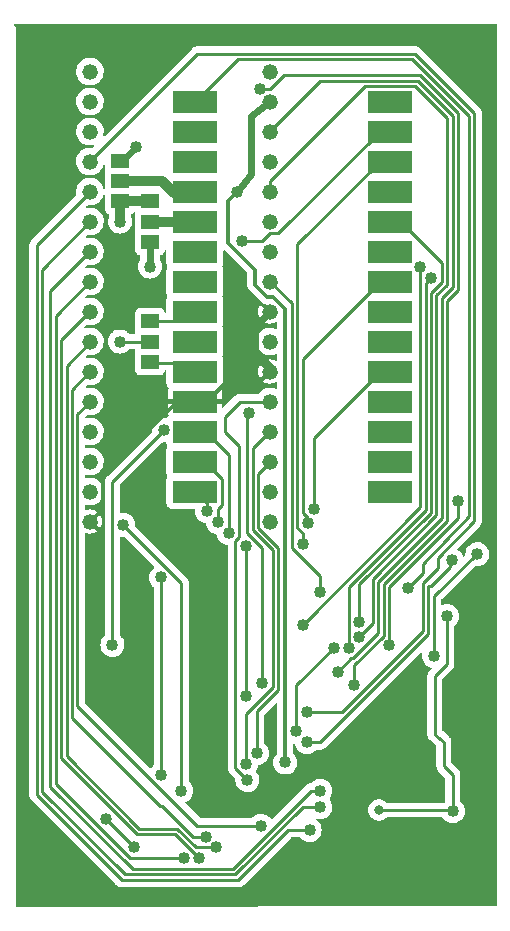
<source format=gbl>
G04 #@! TF.GenerationSoftware,KiCad,Pcbnew,(6.0.8)*
G04 #@! TF.CreationDate,2023-01-01T19:12:14-07:00*
G04 #@! TF.ProjectId,Havoc6295_2_0.kicad_pro,4861766f-6336-4323-9935-5f325f302e6b,rev?*
G04 #@! TF.SameCoordinates,Original*
G04 #@! TF.FileFunction,Copper,L2,Bot*
G04 #@! TF.FilePolarity,Positive*
%FSLAX46Y46*%
G04 Gerber Fmt 4.6, Leading zero omitted, Abs format (unit mm)*
G04 Created by KiCad (PCBNEW (6.0.8)) date 2023-01-01 19:12:14*
%MOMM*%
%LPD*%
G01*
G04 APERTURE LIST*
G04 #@! TA.AperFunction,ComponentPad*
%ADD10C,1.320800*%
G04 #@! TD*
G04 #@! TA.AperFunction,SMDPad,CuDef*
%ADD11R,3.810000X1.930400*%
G04 #@! TD*
G04 #@! TA.AperFunction,SMDPad,CuDef*
%ADD12R,1.500000X1.300000*%
G04 #@! TD*
G04 #@! TA.AperFunction,ViaPad*
%ADD13C,1.016000*%
G04 #@! TD*
G04 #@! TA.AperFunction,ViaPad*
%ADD14C,0.800000*%
G04 #@! TD*
G04 #@! TA.AperFunction,Conductor*
%ADD15C,0.254000*%
G04 #@! TD*
G04 #@! TA.AperFunction,Conductor*
%ADD16C,0.250000*%
G04 #@! TD*
G04 #@! TA.AperFunction,Conductor*
%ADD17C,0.812800*%
G04 #@! TD*
G04 #@! TA.AperFunction,Conductor*
%ADD18C,0.304800*%
G04 #@! TD*
G04 #@! TA.AperFunction,Conductor*
%ADD19C,0.609600*%
G04 #@! TD*
G04 #@! TA.AperFunction,Conductor*
%ADD20C,0.406400*%
G04 #@! TD*
G04 APERTURE END LIST*
D10*
X134531100Y-71475600D03*
X134531100Y-74015600D03*
X134531100Y-76555600D03*
X134531100Y-79095600D03*
X134531100Y-81635600D03*
X134531100Y-84175600D03*
X134531100Y-86715600D03*
X134531100Y-89255600D03*
X134531100Y-91795600D03*
X134531100Y-94335600D03*
X134531100Y-96875600D03*
X134531100Y-99415600D03*
X134531100Y-101955600D03*
X134531100Y-104495600D03*
X134531100Y-107035600D03*
X134531100Y-109575600D03*
X149771100Y-109575600D03*
X149771100Y-107035600D03*
X149771100Y-104495600D03*
X149771100Y-101955600D03*
X149771100Y-99415600D03*
X149771100Y-96875600D03*
X149771100Y-94335600D03*
X149771100Y-91795600D03*
X149771100Y-89255600D03*
X149771100Y-86715600D03*
X149771100Y-84175600D03*
X149771100Y-81635600D03*
X149771100Y-79095600D03*
X149771100Y-76555600D03*
X149771100Y-74015600D03*
X149771100Y-71475600D03*
D11*
X143421100Y-74015600D03*
X143421100Y-76555600D03*
X143421100Y-79095600D03*
X143421100Y-81635600D03*
X143421100Y-84175600D03*
X143421100Y-86715600D03*
X143421100Y-89255600D03*
X143421100Y-91795600D03*
X143421100Y-94335600D03*
X143421100Y-96875600D03*
X143421100Y-99415600D03*
X143421100Y-101955600D03*
X143421100Y-104495600D03*
X143421100Y-107035600D03*
X159931100Y-107035600D03*
X159931100Y-104495600D03*
X159931100Y-101955600D03*
X159931100Y-99415600D03*
X159931100Y-96875600D03*
X159931100Y-94335600D03*
X159931100Y-91795600D03*
X159931100Y-89255600D03*
X159931100Y-86715600D03*
X159931100Y-84175600D03*
X159931100Y-81635600D03*
X159931100Y-79095600D03*
X159931100Y-76555600D03*
X159931100Y-74015600D03*
D12*
X139611100Y-82475600D03*
X139611100Y-84175600D03*
X139611100Y-85875600D03*
X137071100Y-79046600D03*
X137071100Y-80746600D03*
X137071100Y-82446600D03*
X139611100Y-96035600D03*
X139611100Y-94335600D03*
X139611100Y-92635600D03*
D13*
X164757100Y-117576600D03*
X137071100Y-94335600D03*
D14*
X159000000Y-134000000D03*
D13*
X165265100Y-134086600D03*
X138264900Y-137172700D03*
X151066500Y-129971800D03*
X137071100Y-84175600D03*
X146977100Y-81635600D03*
X135864600Y-134772400D03*
X159000000Y-136500000D03*
X161201100Y-141325600D03*
X161442400Y-115176300D03*
X146265900Y-110540800D03*
X145351500Y-109626400D03*
X144437100Y-108712000D03*
X153466800Y-108483400D03*
X153009600Y-109740700D03*
X155181300Y-120256300D03*
X151980900Y-127342900D03*
X157353000Y-118084600D03*
X152552400Y-111455200D03*
X140779500Y-101854000D03*
X136436100Y-120027700D03*
X147408900Y-85852000D03*
X140550900Y-131000500D03*
X140550900Y-114312700D03*
X137350500Y-109855000D03*
X142265400Y-132372100D03*
X138468100Y-77825600D03*
X139611100Y-87985600D03*
X147751800Y-124371100D03*
X147751800Y-111683800D03*
X152895300Y-128257300D03*
X165150800Y-112826800D03*
X148666200Y-129171700D03*
X147751800Y-130086100D03*
X147866100Y-131457700D03*
X149009100Y-135343900D03*
X144322800Y-136258300D03*
X145237200Y-137172700D03*
X143751300Y-138087100D03*
X142494000Y-138087100D03*
X154038300Y-132372100D03*
X154038300Y-133743700D03*
X153123900Y-135686800D03*
X163639500Y-120942100D03*
X167335200Y-112344200D03*
X159867600Y-120027700D03*
X165696900Y-107797600D03*
X147980400Y-100393500D03*
X149123400Y-123228100D03*
X154038300Y-115570000D03*
X152895300Y-125742700D03*
X157353000Y-119341900D03*
X148894800Y-72936100D03*
X156895800Y-123456700D03*
X156438600Y-120256300D03*
X163410900Y-88938100D03*
X162496500Y-88023700D03*
X152552400Y-118313200D03*
X155524200Y-122313700D03*
D15*
X163741100Y-127609600D02*
X163741100Y-122656600D01*
X163741100Y-122656600D02*
X164757100Y-121640600D01*
D16*
X159000000Y-134000000D02*
X165178500Y-134000000D01*
D15*
X164503100Y-130276600D02*
X164503100Y-128244600D01*
X164503100Y-128244600D02*
X163741100Y-127609600D01*
X137071100Y-94335600D02*
X139611100Y-94335600D01*
X164757100Y-121640600D02*
X164757100Y-117576600D01*
X165265100Y-134086600D02*
X165265100Y-131038600D01*
D16*
X165178500Y-134000000D02*
X165265100Y-134086600D01*
D15*
X165265100Y-131038600D02*
X164503100Y-130276600D01*
X143408400Y-96824800D02*
X142722600Y-96139000D01*
X142722600Y-96139000D02*
X139636500Y-96139000D01*
X139636500Y-96139000D02*
X139611100Y-96035600D01*
X143408400Y-96824800D02*
X143421100Y-96875600D01*
D17*
X139611100Y-82475600D02*
X137071100Y-82446600D01*
D18*
X151066500Y-91567000D02*
X150025100Y-90525600D01*
X150025100Y-90525600D02*
X149517100Y-90525600D01*
X151066500Y-129971800D02*
X151066500Y-91567000D01*
X146215100Y-85953600D02*
X146215100Y-82397600D01*
D19*
X148158200Y-80175100D02*
X146977100Y-81635600D01*
D18*
X146215100Y-82397600D02*
X146977100Y-81635600D01*
X138264900Y-137172700D02*
X135864600Y-134772400D01*
X149694900Y-74079100D02*
X149771100Y-74015600D01*
D19*
X148158200Y-75234800D02*
X148158200Y-80175100D01*
D17*
X137071100Y-82446600D02*
X137071100Y-84175600D01*
D18*
X148501100Y-88239600D02*
X146215100Y-85953600D01*
X149517100Y-90525600D02*
X148501100Y-89509600D01*
D19*
X149694900Y-74079100D02*
X148158200Y-75234800D01*
D18*
X148501100Y-89509600D02*
X148501100Y-88239600D01*
D15*
X142608300Y-92595700D02*
X139636500Y-92595700D01*
X139636500Y-92595700D02*
X139611100Y-92635600D01*
X143408400Y-91795600D02*
X142608300Y-92595700D01*
X143408400Y-91795600D02*
X143421100Y-91795600D01*
D17*
X140627100Y-80746600D02*
X137071100Y-80746600D01*
D20*
X141643100Y-81762600D02*
X143294100Y-81762600D01*
D17*
X140627100Y-80746600D02*
X141643100Y-81762600D01*
D20*
X143294100Y-81762600D02*
X143421100Y-81635600D01*
D19*
X148539200Y-93078300D02*
X148539200Y-95402400D01*
X148710650Y-95192850D02*
X149821900Y-96558100D01*
D18*
X143522700Y-99339400D02*
X143421100Y-99415600D01*
X135636000Y-105740200D02*
X141922500Y-99453700D01*
X149694900Y-96824800D02*
X149771100Y-96875600D01*
X148710650Y-95192850D02*
X144437100Y-99339400D01*
X161201100Y-141325600D02*
X161201100Y-138701100D01*
X143294100Y-99453700D02*
X143421100Y-99415600D01*
X134607300Y-109512100D02*
X135636000Y-108483400D01*
D19*
X149821900Y-96558100D02*
X149694900Y-96824800D01*
D18*
X144437100Y-99339400D02*
X143522700Y-99339400D01*
X149694900Y-91795600D02*
X149771100Y-91795600D01*
X148539200Y-95402400D02*
X148710650Y-95192850D01*
X135636000Y-108483400D02*
X135636000Y-105740200D01*
X134607300Y-109512100D02*
X134531100Y-109575600D01*
X161201100Y-138701100D02*
X159000000Y-136500000D01*
D19*
X149694900Y-91795600D02*
X148539200Y-93078300D01*
D18*
X141922500Y-99453700D02*
X143294100Y-99453700D01*
D17*
X139611100Y-84175600D02*
X143421100Y-84175600D01*
D15*
X166611300Y-75222100D02*
X166611300Y-109118400D01*
X161810700Y-70421500D02*
X166611300Y-75222100D01*
X143522700Y-73964800D02*
X143421100Y-74015600D01*
X147066000Y-70421500D02*
X161810700Y-70421500D01*
X162725100Y-113893600D02*
X161442400Y-115176300D01*
X166611300Y-109118400D02*
X162725100Y-113131600D01*
X162725100Y-113131600D02*
X162725100Y-113893600D01*
X143522700Y-73964800D02*
X147066000Y-70421500D01*
X143522700Y-101968300D02*
X143421100Y-101955600D01*
X146265900Y-103911400D02*
X146265900Y-110540800D01*
X144322800Y-101968300D02*
X146265900Y-103911400D01*
X143522700Y-101968300D02*
X144322800Y-101968300D01*
X145351500Y-108483400D02*
X145351500Y-109626400D01*
X144322800Y-104597200D02*
X145694400Y-105968800D01*
X145694400Y-105968800D02*
X145694400Y-108140500D01*
X143522700Y-104597200D02*
X144322800Y-104597200D01*
X145694400Y-108140500D02*
X145351500Y-108483400D01*
X143522700Y-104597200D02*
X143421100Y-104495600D01*
X143522700Y-107111800D02*
X144437100Y-108026200D01*
X143522700Y-107111800D02*
X143421100Y-107035600D01*
X144437100Y-108026200D02*
X144437100Y-108712000D01*
X159067500Y-96939100D02*
X153466800Y-102539800D01*
X159867600Y-96939100D02*
X159067500Y-96939100D01*
X153466800Y-102539800D02*
X153466800Y-108483400D01*
X159867600Y-96939100D02*
X159931100Y-96875600D01*
X159867600Y-89281000D02*
X159067500Y-89281000D01*
X152552400Y-108826300D02*
X153009600Y-109283500D01*
X159867600Y-89281000D02*
X159931100Y-89255600D01*
X153009600Y-109283500D02*
X153009600Y-109740700D01*
X159067500Y-89281000D02*
X152552400Y-95796100D01*
X152552400Y-95796100D02*
X152552400Y-108826300D01*
X164325300Y-87680800D02*
X164325300Y-89281000D01*
X159981900Y-84251800D02*
X159931100Y-84175600D01*
X163410900Y-90195400D02*
X163410900Y-108826300D01*
X155181300Y-120256300D02*
X151980900Y-123456700D01*
X151980900Y-123456700D02*
X151980900Y-127342900D01*
X163410900Y-108826300D02*
X157353000Y-114884200D01*
X159981900Y-84251800D02*
X160896300Y-84251800D01*
X160896300Y-84251800D02*
X164325300Y-87680800D01*
X157353000Y-114884200D02*
X157353000Y-118084600D01*
X164325300Y-89281000D02*
X163410900Y-90195400D01*
X159867600Y-79108300D02*
X159067500Y-79108300D01*
X152552400Y-110540800D02*
X152552400Y-111455200D01*
X152095200Y-86080600D02*
X152095200Y-110083600D01*
X159867600Y-79108300D02*
X159931100Y-79095600D01*
X152095200Y-110083600D02*
X152552400Y-110540800D01*
X159067500Y-79108300D02*
X152095200Y-86080600D01*
X149123400Y-85852000D02*
X147408900Y-85852000D01*
X159067500Y-76593700D02*
X150495000Y-85166200D01*
X159867600Y-76593700D02*
X159067500Y-76593700D01*
X149809200Y-85166200D02*
X149123400Y-85852000D01*
X150495000Y-85166200D02*
X149809200Y-85166200D01*
X140779500Y-101854000D02*
X136436100Y-106197400D01*
X136436100Y-106197400D02*
X136436100Y-120027700D01*
X159867600Y-76593700D02*
X159931100Y-76555600D01*
X140550900Y-114312700D02*
X140550900Y-131000500D01*
X137350500Y-109855000D02*
X142265400Y-114769900D01*
X142265400Y-114769900D02*
X142265400Y-132372100D01*
D19*
X139611100Y-85875600D02*
X139611100Y-87985600D01*
X137247100Y-79046600D02*
X138468100Y-77825600D01*
D20*
X137071100Y-79046600D02*
X137247100Y-79046600D01*
D15*
X147751800Y-111683800D02*
X147751800Y-124371100D01*
X165011100Y-113385600D02*
X165011100Y-112966500D01*
X165011100Y-112966500D02*
X165150800Y-112826800D01*
X163182300Y-119113300D02*
X154038300Y-128257300D01*
X163182300Y-114998500D02*
X163182300Y-119113300D01*
X154038300Y-128257300D02*
X152895300Y-128257300D01*
X163398200Y-114998500D02*
X165011100Y-113385600D01*
X163182300Y-114998500D02*
X163398200Y-114998500D01*
X149694900Y-104597200D02*
X148780500Y-105511600D01*
X148780500Y-105511600D02*
X148780500Y-110083600D01*
X148780500Y-110083600D02*
X150495000Y-111798100D01*
X150495000Y-111798100D02*
X150495000Y-123799600D01*
X150495000Y-123799600D02*
X148666200Y-125628400D01*
X148666200Y-125628400D02*
X148666200Y-129171700D01*
X149694900Y-104597200D02*
X149771100Y-104495600D01*
X150037800Y-112026700D02*
X150037800Y-123571000D01*
X150037800Y-123571000D02*
X147751800Y-125857000D01*
X149694900Y-101968300D02*
X148323300Y-103339900D01*
X148323300Y-110312200D02*
X150037800Y-112026700D01*
X147751800Y-125857000D02*
X147751800Y-130086100D01*
X149694900Y-101968300D02*
X149771100Y-101955600D01*
X148323300Y-103339900D02*
X148323300Y-110312200D01*
X146837400Y-111226600D02*
X146837400Y-130429000D01*
X147180300Y-110883700D02*
X146837400Y-111226600D01*
X145961100Y-101955600D02*
X145961100Y-100685600D01*
X147231100Y-99415600D02*
X149771100Y-99415600D01*
X146837400Y-130429000D02*
X147866100Y-131457700D01*
X147180300Y-103174800D02*
X145961100Y-101955600D01*
X145961100Y-100685600D02*
X147231100Y-99415600D01*
X147180300Y-110883700D02*
X147180300Y-103174800D01*
X133464300Y-100482400D02*
X133464300Y-125171200D01*
X133464300Y-125171200D02*
X143637000Y-135343900D01*
X143637000Y-135343900D02*
X149009100Y-135343900D01*
X134531100Y-99415600D02*
X133464300Y-100482400D01*
X140436600Y-133629400D02*
X140665200Y-133629400D01*
X134493000Y-96939100D02*
X133007100Y-98425000D01*
X143294100Y-136258300D02*
X144322800Y-136258300D01*
X133007100Y-98425000D02*
X133007100Y-126199900D01*
X134493000Y-96939100D02*
X134531100Y-96875600D01*
X140665200Y-133629400D02*
X143294100Y-136258300D01*
X133007100Y-126199900D02*
X140436600Y-133629400D01*
X134493000Y-94424500D02*
X132549900Y-96367600D01*
X132549900Y-96367600D02*
X132549900Y-129400300D01*
X143522700Y-137172700D02*
X145237200Y-137172700D01*
X134493000Y-94424500D02*
X134531100Y-94335600D01*
X141922500Y-135572500D02*
X143522700Y-137172700D01*
X138722100Y-135572500D02*
X141922500Y-135572500D01*
X132549900Y-129400300D02*
X138722100Y-135572500D01*
X132092700Y-94195900D02*
X132092700Y-129628900D01*
X134493000Y-91795600D02*
X134531100Y-91795600D01*
X138493500Y-136029700D02*
X141693900Y-136029700D01*
X141693900Y-136029700D02*
X143751300Y-138087100D01*
X132092700Y-129628900D02*
X138493500Y-136029700D01*
X134493000Y-91795600D02*
X132092700Y-94195900D01*
X134493000Y-89281000D02*
X131635500Y-92138500D01*
X131635500Y-92138500D02*
X131635500Y-131800600D01*
X137922000Y-138087100D02*
X142494000Y-138087100D01*
X134493000Y-89281000D02*
X134531100Y-89255600D01*
X131635500Y-131800600D02*
X137922000Y-138087100D01*
X153238200Y-132372100D02*
X154038300Y-132372100D01*
X131178300Y-132029200D02*
X138150600Y-139001500D01*
X146608800Y-139001500D02*
X153238200Y-132372100D01*
X134493000Y-86766400D02*
X131178300Y-90081100D01*
X138150600Y-139001500D02*
X146608800Y-139001500D01*
X134493000Y-86766400D02*
X134531100Y-86715600D01*
X131178300Y-90081100D02*
X131178300Y-132029200D01*
X134493000Y-84251800D02*
X134531100Y-84175600D01*
X134493000Y-84251800D02*
X130492500Y-88252300D01*
X152552400Y-133743700D02*
X154038300Y-133743700D01*
X146837400Y-139458700D02*
X152552400Y-133743700D01*
X130492500Y-88252300D02*
X130492500Y-132486400D01*
X130492500Y-132486400D02*
X137464800Y-139458700D01*
X137464800Y-139458700D02*
X146837400Y-139458700D01*
X147066000Y-139915900D02*
X151295100Y-135686800D01*
X134493000Y-81737200D02*
X130035300Y-86194900D01*
X134493000Y-81737200D02*
X134531100Y-81635600D01*
X130035300Y-132715000D02*
X137236200Y-139915900D01*
X151295100Y-135686800D02*
X153123900Y-135686800D01*
X137236200Y-139915900D02*
X147066000Y-139915900D01*
X130035300Y-86194900D02*
X130035300Y-132715000D01*
X167335200Y-112344200D02*
X163639500Y-115912900D01*
X163639500Y-115912900D02*
X163639500Y-120942100D01*
X159867600Y-115112800D02*
X159867600Y-120027700D01*
X165696900Y-109283500D02*
X159867600Y-115112800D01*
X165696900Y-107797600D02*
X165696900Y-109283500D01*
X147866100Y-100507800D02*
X147980400Y-100393500D01*
X147866100Y-110540800D02*
X147866100Y-100507800D01*
X149123400Y-111798100D02*
X149123400Y-123228100D01*
X147866100Y-110540800D02*
X149123400Y-111798100D01*
X149809200Y-89281000D02*
X151638000Y-91109800D01*
X151638000Y-91109800D02*
X151638000Y-111798100D01*
X154038300Y-114198400D02*
X154038300Y-115570000D01*
X149809200Y-89281000D02*
X149771100Y-89255600D01*
X151638000Y-111798100D02*
X154038300Y-114198400D01*
X163982400Y-112623600D02*
X163982400Y-113512600D01*
X167068500Y-109537500D02*
X163982400Y-112623600D01*
X162725100Y-114769900D02*
X162725100Y-118884700D01*
X134607300Y-78994000D02*
X134531100Y-79095600D01*
X134607300Y-78994000D02*
X143637000Y-69964300D01*
X162725100Y-118884700D02*
X155867100Y-125742700D01*
X167068500Y-74993500D02*
X167068500Y-109537500D01*
X162039300Y-69964300D02*
X167068500Y-74993500D01*
X163982400Y-113512600D02*
X162725100Y-114769900D01*
X143637000Y-69964300D02*
X162039300Y-69964300D01*
X155867100Y-125742700D02*
X152895300Y-125742700D01*
X163868100Y-109054900D02*
X158496000Y-114427000D01*
X157810200Y-72707500D02*
X162039300Y-72707500D01*
X163868100Y-90424000D02*
X163868100Y-109054900D01*
X158496000Y-118198900D02*
X157353000Y-119341900D01*
X149809200Y-81622900D02*
X149809200Y-80708500D01*
X149809200Y-81622900D02*
X149771100Y-81635600D01*
X162039300Y-72707500D02*
X164782500Y-75450700D01*
X149809200Y-80708500D02*
X157810200Y-72707500D01*
X158496000Y-114427000D02*
X158496000Y-118198900D01*
X164782500Y-75450700D02*
X164782500Y-89509600D01*
X164782500Y-89509600D02*
X163868100Y-90424000D01*
X162496500Y-71793100D02*
X165696900Y-74993500D01*
X164782500Y-90881200D02*
X164782500Y-109512100D01*
X150952200Y-71793100D02*
X162496500Y-71793100D01*
X164782500Y-109512100D02*
X159410400Y-114884200D01*
X159410400Y-119227600D02*
X156895800Y-121742200D01*
X165696900Y-89966800D02*
X164782500Y-90881200D01*
X165696900Y-74993500D02*
X165696900Y-89966800D01*
X149809200Y-72936100D02*
X150952200Y-71793100D01*
X156895800Y-121742200D02*
X156895800Y-123456700D01*
X148894800Y-72936100D02*
X149809200Y-72936100D01*
X159410400Y-114884200D02*
X159410400Y-119227600D01*
X162953700Y-89395300D02*
X162953700Y-108597700D01*
X156438600Y-115112800D02*
X156438600Y-120256300D01*
X163410900Y-88938100D02*
X162953700Y-89395300D01*
X162953700Y-108597700D02*
X156438600Y-115112800D01*
X162496500Y-108369100D02*
X152552400Y-118313200D01*
X162496500Y-88023700D02*
X162496500Y-108369100D01*
X156667200Y-121170700D02*
X155524200Y-122313700D01*
X154038300Y-72250300D02*
X162267900Y-72250300D01*
X149809200Y-76479400D02*
X154038300Y-72250300D01*
X164325300Y-109283500D02*
X158953200Y-114655600D01*
X165239700Y-75222100D02*
X165239700Y-89738200D01*
X158953200Y-114655600D02*
X158953200Y-118999000D01*
X164325300Y-90652600D02*
X164325300Y-109283500D01*
X165239700Y-89738200D02*
X164325300Y-90652600D01*
X156781500Y-121170700D02*
X156667200Y-121170700D01*
X158953200Y-118999000D02*
X156781500Y-121170700D01*
X162267900Y-72250300D02*
X165239700Y-75222100D01*
X149809200Y-76479400D02*
X149771100Y-76555600D01*
G04 #@! TA.AperFunction,Conductor*
G36*
X168946638Y-67429693D02*
G01*
X168972358Y-67474242D01*
X168973500Y-67487300D01*
X168973500Y-142037558D01*
X168955907Y-142085896D01*
X168911358Y-142111616D01*
X168898539Y-142112758D01*
X128358135Y-142240243D01*
X128309744Y-142222801D01*
X128283884Y-142178334D01*
X128282700Y-142165043D01*
X128282700Y-86174779D01*
X129395065Y-86174779D01*
X129395511Y-86179492D01*
X129399466Y-86221336D01*
X129399800Y-86228413D01*
X129399800Y-132636539D01*
X129398825Y-132645369D01*
X129399069Y-132645392D01*
X129398624Y-132650103D01*
X129397592Y-132654719D01*
X129397741Y-132659445D01*
X129399763Y-132723808D01*
X129399800Y-132726170D01*
X129399800Y-132754983D01*
X129400096Y-132757324D01*
X129400097Y-132757343D01*
X129400610Y-132761402D01*
X129401166Y-132768462D01*
X129401867Y-132790749D01*
X129402635Y-132815205D01*
X129403955Y-132819748D01*
X129409429Y-132838591D01*
X129411822Y-132850146D01*
X129414873Y-132874299D01*
X129416615Y-132878700D01*
X129416616Y-132878702D01*
X129432088Y-132917779D01*
X129434383Y-132924482D01*
X129447431Y-132969393D01*
X129449842Y-132973469D01*
X129449843Y-132973472D01*
X129459825Y-132990350D01*
X129465018Y-133000949D01*
X129473981Y-133023588D01*
X129476759Y-133027411D01*
X129501470Y-133061423D01*
X129505358Y-133067343D01*
X129526755Y-133103522D01*
X129529166Y-133107598D01*
X129546379Y-133124811D01*
X129554043Y-133133784D01*
X129568358Y-133153487D01*
X129602461Y-133181699D01*
X129604402Y-133183305D01*
X129609642Y-133188074D01*
X136731350Y-140309782D01*
X136736910Y-140316721D01*
X136737099Y-140316565D01*
X136740109Y-140320204D01*
X136742647Y-140324203D01*
X136746096Y-140327442D01*
X136746097Y-140327443D01*
X136793072Y-140371555D01*
X136794768Y-140373200D01*
X136815106Y-140393538D01*
X136820217Y-140397503D01*
X136825599Y-140402099D01*
X136859694Y-140434117D01*
X136863837Y-140436394D01*
X136863843Y-140436399D01*
X136881035Y-140445850D01*
X136890897Y-140452328D01*
X136910133Y-140467249D01*
X136926753Y-140474441D01*
X136953054Y-140485823D01*
X136959412Y-140488938D01*
X137000397Y-140511469D01*
X137004973Y-140512644D01*
X137004981Y-140512647D01*
X137023984Y-140517526D01*
X137035147Y-140521348D01*
X137053147Y-140529137D01*
X137053149Y-140529138D01*
X137057492Y-140531017D01*
X137080013Y-140534584D01*
X137103689Y-140538334D01*
X137110626Y-140539771D01*
X137155918Y-140551400D01*
X137180266Y-140551400D01*
X137192030Y-140552326D01*
X137211404Y-140555395D01*
X137211408Y-140555395D01*
X137216079Y-140556135D01*
X137262635Y-140551734D01*
X137269713Y-140551400D01*
X146987539Y-140551400D01*
X146996369Y-140552375D01*
X146996392Y-140552131D01*
X147001103Y-140552576D01*
X147005719Y-140553608D01*
X147074807Y-140551437D01*
X147077170Y-140551400D01*
X147105983Y-140551400D01*
X147108324Y-140551104D01*
X147108343Y-140551103D01*
X147112402Y-140550590D01*
X147119462Y-140550034D01*
X147161478Y-140548714D01*
X147161482Y-140548713D01*
X147166205Y-140548565D01*
X147173975Y-140546307D01*
X147189591Y-140541771D01*
X147201146Y-140539378D01*
X147201215Y-140539369D01*
X147225299Y-140536327D01*
X147229700Y-140534585D01*
X147229702Y-140534584D01*
X147268779Y-140519112D01*
X147275482Y-140516817D01*
X147293889Y-140511469D01*
X147320393Y-140503769D01*
X147324469Y-140501358D01*
X147324472Y-140501357D01*
X147341350Y-140491375D01*
X147351949Y-140486182D01*
X147370191Y-140478960D01*
X147370192Y-140478959D01*
X147374588Y-140477219D01*
X147412428Y-140449727D01*
X147418343Y-140445842D01*
X147454522Y-140424445D01*
X147454524Y-140424443D01*
X147458598Y-140422034D01*
X147475811Y-140404821D01*
X147484784Y-140397157D01*
X147500655Y-140385626D01*
X147500654Y-140385626D01*
X147504487Y-140382842D01*
X147534305Y-140346798D01*
X147539074Y-140341558D01*
X151536307Y-136344326D01*
X151582927Y-136322586D01*
X151589481Y-136322300D01*
X152294119Y-136322300D01*
X152342457Y-136339893D01*
X152353052Y-136350789D01*
X152389153Y-136396337D01*
X152540963Y-136525537D01*
X152544164Y-136527326D01*
X152544167Y-136527328D01*
X152586291Y-136550870D01*
X152714976Y-136622789D01*
X152904565Y-136684391D01*
X153014199Y-136697464D01*
X153098851Y-136707558D01*
X153098853Y-136707558D01*
X153102509Y-136707994D01*
X153301267Y-136692700D01*
X153383672Y-136669692D01*
X153489733Y-136640080D01*
X153489737Y-136640078D01*
X153493270Y-136639092D01*
X153496544Y-136637438D01*
X153496547Y-136637437D01*
X153578345Y-136596118D01*
X153671203Y-136549212D01*
X153674101Y-136546948D01*
X153674104Y-136546946D01*
X153825392Y-136428747D01*
X153825397Y-136428742D01*
X153828290Y-136426482D01*
X153958547Y-136275578D01*
X153960363Y-136272381D01*
X153960366Y-136272377D01*
X154055194Y-136105449D01*
X154055196Y-136105446D01*
X154057012Y-136102248D01*
X154119935Y-135913094D01*
X154144920Y-135715320D01*
X154145318Y-135686800D01*
X154125865Y-135488406D01*
X154068248Y-135297568D01*
X153974661Y-135121556D01*
X153963082Y-135107358D01*
X153850991Y-134969922D01*
X153850990Y-134969921D01*
X153848668Y-134967074D01*
X153722172Y-134862427D01*
X153696142Y-134818060D01*
X153704721Y-134767340D01*
X153743895Y-134734001D01*
X153793344Y-134732966D01*
X153818965Y-134741291D01*
X153928599Y-134754364D01*
X154013251Y-134764458D01*
X154013253Y-134764458D01*
X154016909Y-134764894D01*
X154215667Y-134749600D01*
X154298072Y-134726592D01*
X154404133Y-134696980D01*
X154404137Y-134696978D01*
X154407670Y-134695992D01*
X154410944Y-134694338D01*
X154410947Y-134694337D01*
X154518692Y-134639911D01*
X154585603Y-134606112D01*
X154588501Y-134603848D01*
X154588504Y-134603846D01*
X154739792Y-134485647D01*
X154739797Y-134485642D01*
X154742690Y-134483382D01*
X154872947Y-134332478D01*
X154874763Y-134329281D01*
X154874766Y-134329277D01*
X154969594Y-134162349D01*
X154969596Y-134162346D01*
X154971412Y-134159148D01*
X155010174Y-134042625D01*
X155033173Y-133973488D01*
X155033174Y-133973485D01*
X155034335Y-133969994D01*
X155059320Y-133772220D01*
X155059718Y-133743700D01*
X155059513Y-133741607D01*
X155040625Y-133548974D01*
X155040624Y-133548971D01*
X155040265Y-133545306D01*
X154982648Y-133354468D01*
X154980223Y-133349906D01*
X154918866Y-133234512D01*
X154889061Y-133178456D01*
X154834002Y-133110947D01*
X154829872Y-133105883D01*
X154812955Y-133057304D01*
X154831222Y-133009217D01*
X154865597Y-132969393D01*
X154872947Y-132960878D01*
X154874763Y-132957681D01*
X154874766Y-132957677D01*
X154969594Y-132790749D01*
X154969596Y-132790746D01*
X154971412Y-132787548D01*
X155034335Y-132598394D01*
X155059320Y-132400620D01*
X155059718Y-132372100D01*
X155054783Y-132321770D01*
X155040625Y-132177374D01*
X155040624Y-132177371D01*
X155040265Y-132173706D01*
X154982648Y-131982868D01*
X154977523Y-131973228D01*
X154907832Y-131842159D01*
X154889061Y-131806856D01*
X154879419Y-131795033D01*
X154765391Y-131655222D01*
X154765390Y-131655221D01*
X154763068Y-131652374D01*
X154760237Y-131650032D01*
X154760233Y-131650028D01*
X154624049Y-131537367D01*
X154609470Y-131525306D01*
X154599134Y-131519717D01*
X154464849Y-131447110D01*
X154434115Y-131430492D01*
X154243685Y-131371544D01*
X154119764Y-131358520D01*
X154049086Y-131351091D01*
X154049084Y-131351091D01*
X154045431Y-131350707D01*
X153946168Y-131359741D01*
X153850563Y-131368441D01*
X153850562Y-131368441D01*
X153846905Y-131368774D01*
X153843380Y-131369811D01*
X153843377Y-131369812D01*
X153704800Y-131410598D01*
X153655670Y-131425058D01*
X153479009Y-131517414D01*
X153323651Y-131642325D01*
X153317188Y-131650028D01*
X153267085Y-131709738D01*
X153222536Y-131735458D01*
X153209478Y-131736600D01*
X153198217Y-131736600D01*
X153195876Y-131736896D01*
X153195857Y-131736897D01*
X153191790Y-131737411D01*
X153184731Y-131737967D01*
X153142724Y-131739287D01*
X153142721Y-131739288D01*
X153137995Y-131739436D01*
X153114613Y-131746229D01*
X153103066Y-131748620D01*
X153098527Y-131749194D01*
X153078901Y-131751673D01*
X153074505Y-131753413D01*
X153074503Y-131753414D01*
X153035418Y-131768889D01*
X153028715Y-131771184D01*
X153014583Y-131775290D01*
X152983807Y-131784231D01*
X152962842Y-131796630D01*
X152952259Y-131801815D01*
X152929612Y-131810781D01*
X152925784Y-131813562D01*
X152925779Y-131813565D01*
X152891775Y-131838270D01*
X152885854Y-131842159D01*
X152849680Y-131863553D01*
X152849676Y-131863556D01*
X152845601Y-131865966D01*
X152828385Y-131883182D01*
X152819413Y-131890846D01*
X152799713Y-131905158D01*
X152769900Y-131941196D01*
X152765131Y-131946436D01*
X149951525Y-134760042D01*
X149904905Y-134781782D01*
X149855218Y-134768468D01*
X149840078Y-134754400D01*
X149733868Y-134624174D01*
X149731037Y-134621832D01*
X149731033Y-134621828D01*
X149648711Y-134553725D01*
X149580270Y-134497106D01*
X149569934Y-134491517D01*
X149414898Y-134407690D01*
X149404915Y-134402292D01*
X149214485Y-134343344D01*
X149080644Y-134329277D01*
X149019886Y-134322891D01*
X149019884Y-134322891D01*
X149016231Y-134322507D01*
X148941840Y-134329277D01*
X148821363Y-134340241D01*
X148821362Y-134340241D01*
X148817705Y-134340574D01*
X148814180Y-134341611D01*
X148814177Y-134341612D01*
X148700845Y-134374968D01*
X148626470Y-134396858D01*
X148449809Y-134489214D01*
X148394690Y-134533531D01*
X148307236Y-134603846D01*
X148294451Y-134614125D01*
X148251141Y-134665740D01*
X148237885Y-134681538D01*
X148193336Y-134707258D01*
X148180278Y-134708400D01*
X143931381Y-134708400D01*
X143883043Y-134690807D01*
X143878207Y-134686374D01*
X142629468Y-133437635D01*
X142607728Y-133391015D01*
X142621042Y-133341328D01*
X142648736Y-133317339D01*
X142809413Y-133236175D01*
X142809422Y-133236170D01*
X142812703Y-133234512D01*
X142815601Y-133232248D01*
X142815604Y-133232246D01*
X142966892Y-133114047D01*
X142966897Y-133114042D01*
X142969790Y-133111782D01*
X143100047Y-132960878D01*
X143101863Y-132957681D01*
X143101866Y-132957677D01*
X143196694Y-132790749D01*
X143196696Y-132790746D01*
X143198512Y-132787548D01*
X143261435Y-132598394D01*
X143286420Y-132400620D01*
X143286818Y-132372100D01*
X143281883Y-132321770D01*
X143267725Y-132177374D01*
X143267724Y-132177371D01*
X143267365Y-132173706D01*
X143209748Y-131982868D01*
X143204623Y-131973228D01*
X143134932Y-131842159D01*
X143116161Y-131806856D01*
X143106519Y-131795033D01*
X142992494Y-131655226D01*
X142990168Y-131652374D01*
X142987330Y-131650026D01*
X142928165Y-131601080D01*
X142902135Y-131556713D01*
X142900900Y-131543138D01*
X142900900Y-114848361D01*
X142901875Y-114839531D01*
X142901631Y-114839508D01*
X142902076Y-114834797D01*
X142903108Y-114830181D01*
X142900937Y-114761092D01*
X142900900Y-114758730D01*
X142900900Y-114729917D01*
X142900604Y-114727576D01*
X142900603Y-114727557D01*
X142900090Y-114723498D01*
X142899534Y-114716438D01*
X142898214Y-114674422D01*
X142898213Y-114674418D01*
X142898065Y-114669695D01*
X142891271Y-114646309D01*
X142888878Y-114634754D01*
X142886420Y-114615299D01*
X142885827Y-114610601D01*
X142868612Y-114567121D01*
X142866317Y-114560418D01*
X142854589Y-114520052D01*
X142853269Y-114515507D01*
X142840870Y-114494542D01*
X142835685Y-114483959D01*
X142826719Y-114461312D01*
X142823938Y-114457484D01*
X142823935Y-114457479D01*
X142799230Y-114423475D01*
X142795341Y-114417554D01*
X142773947Y-114381380D01*
X142773944Y-114381376D01*
X142771534Y-114377301D01*
X142754318Y-114360085D01*
X142746654Y-114351112D01*
X142735126Y-114335245D01*
X142732342Y-114331413D01*
X142696303Y-114301600D01*
X142691064Y-114296831D01*
X138387053Y-109992820D01*
X138365313Y-109946200D01*
X138365620Y-109930220D01*
X138367233Y-109917456D01*
X138371520Y-109883520D01*
X138371746Y-109867308D01*
X138371889Y-109857098D01*
X138371889Y-109857093D01*
X138371918Y-109855000D01*
X138368231Y-109817394D01*
X138352825Y-109660274D01*
X138352824Y-109660271D01*
X138352465Y-109656606D01*
X138294848Y-109465768D01*
X138277450Y-109433046D01*
X138231066Y-109345812D01*
X138201261Y-109289756D01*
X138183676Y-109268194D01*
X138077591Y-109138122D01*
X138077590Y-109138121D01*
X138075268Y-109135274D01*
X138072437Y-109132932D01*
X138072433Y-109132928D01*
X137929070Y-109014328D01*
X137921670Y-109008206D01*
X137911077Y-109002478D01*
X137863979Y-108977013D01*
X137746315Y-108913392D01*
X137555885Y-108854444D01*
X137431964Y-108841420D01*
X137361286Y-108833991D01*
X137361284Y-108833991D01*
X137357631Y-108833607D01*
X137159105Y-108851674D01*
X137159080Y-108851402D01*
X137110121Y-108843479D01*
X137076505Y-108804544D01*
X137071600Y-108777831D01*
X137071600Y-106491780D01*
X137089193Y-106443442D01*
X137093626Y-106438606D01*
X140641986Y-102890246D01*
X140688606Y-102868506D01*
X140704059Y-102868749D01*
X140758109Y-102875194D01*
X140831073Y-102869580D01*
X140926631Y-102862227D01*
X140976176Y-102876060D01*
X141005237Y-102918504D01*
X141007600Y-102937205D01*
X141007600Y-102968934D01*
X141007820Y-102970956D01*
X141007820Y-102970962D01*
X141013836Y-103026337D01*
X141014355Y-103031116D01*
X141016009Y-103035528D01*
X141016010Y-103035532D01*
X141050637Y-103127899D01*
X141065485Y-103167505D01*
X141068696Y-103171789D01*
X141075225Y-103180501D01*
X141090135Y-103229732D01*
X141075225Y-103270699D01*
X141065485Y-103283695D01*
X141063606Y-103288707D01*
X141063605Y-103288709D01*
X141018616Y-103408718D01*
X141014355Y-103420084D01*
X141013846Y-103424772D01*
X141013845Y-103424775D01*
X141010752Y-103453249D01*
X141007600Y-103482266D01*
X141007600Y-105508934D01*
X141007820Y-105510956D01*
X141007820Y-105510962D01*
X141013836Y-105566337D01*
X141014355Y-105571116D01*
X141016009Y-105575528D01*
X141016010Y-105575532D01*
X141062080Y-105698423D01*
X141065485Y-105707505D01*
X141068696Y-105711789D01*
X141075225Y-105720501D01*
X141090135Y-105769732D01*
X141075225Y-105810699D01*
X141065485Y-105823695D01*
X141063606Y-105828707D01*
X141063605Y-105828709D01*
X141018616Y-105948718D01*
X141014355Y-105960084D01*
X141013846Y-105964772D01*
X141013845Y-105964775D01*
X141010752Y-105993249D01*
X141007600Y-106022266D01*
X141007600Y-108048934D01*
X141007820Y-108050956D01*
X141007820Y-108050962D01*
X141013836Y-108106337D01*
X141014355Y-108111116D01*
X141016009Y-108115528D01*
X141016010Y-108115532D01*
X141050637Y-108207899D01*
X141065485Y-108247505D01*
X141152839Y-108364061D01*
X141269395Y-108451415D01*
X141274407Y-108453294D01*
X141274409Y-108453295D01*
X141401368Y-108500890D01*
X141401372Y-108500891D01*
X141405784Y-108502545D01*
X141410472Y-108503054D01*
X141410475Y-108503055D01*
X141465938Y-108509080D01*
X141465944Y-108509080D01*
X141467966Y-108509300D01*
X143352812Y-108509300D01*
X143401150Y-108526893D01*
X143426870Y-108571442D01*
X143427543Y-108592882D01*
X143415782Y-108697739D01*
X143416090Y-108701407D01*
X143416090Y-108701410D01*
X143428908Y-108854060D01*
X143432462Y-108896386D01*
X143487410Y-109088009D01*
X143578530Y-109265311D01*
X143702353Y-109421537D01*
X143854163Y-109550737D01*
X143857364Y-109552526D01*
X143857367Y-109552528D01*
X143881872Y-109566223D01*
X144028176Y-109647989D01*
X144217765Y-109709591D01*
X144278685Y-109716855D01*
X144324599Y-109740048D01*
X144344717Y-109785234D01*
X144346862Y-109810786D01*
X144401810Y-110002409D01*
X144492930Y-110179711D01*
X144616753Y-110335937D01*
X144768563Y-110465137D01*
X144771764Y-110466926D01*
X144771767Y-110466928D01*
X144846352Y-110508611D01*
X144942576Y-110562389D01*
X144946077Y-110563527D01*
X144946078Y-110563527D01*
X144973232Y-110572350D01*
X145132165Y-110623991D01*
X145193085Y-110631255D01*
X145238999Y-110654448D01*
X145259117Y-110699634D01*
X145261262Y-110725186D01*
X145316210Y-110916809D01*
X145407330Y-111094111D01*
X145531153Y-111250337D01*
X145682963Y-111379537D01*
X145686164Y-111381326D01*
X145686167Y-111381328D01*
X145712633Y-111396119D01*
X145856976Y-111476789D01*
X146046565Y-111538391D01*
X146114519Y-111546494D01*
X146135604Y-111549008D01*
X146181518Y-111572201D01*
X146201900Y-111623679D01*
X146201900Y-130350539D01*
X146200925Y-130359369D01*
X146201169Y-130359392D01*
X146200724Y-130364103D01*
X146199692Y-130368719D01*
X146201022Y-130411052D01*
X146201863Y-130437808D01*
X146201900Y-130440170D01*
X146201900Y-130468983D01*
X146202196Y-130471324D01*
X146202197Y-130471343D01*
X146202710Y-130475402D01*
X146203266Y-130482462D01*
X146204504Y-130521840D01*
X146204735Y-130529205D01*
X146206055Y-130533748D01*
X146211529Y-130552591D01*
X146213922Y-130564146D01*
X146216973Y-130588299D01*
X146218715Y-130592700D01*
X146218716Y-130592702D01*
X146234188Y-130631779D01*
X146236483Y-130638482D01*
X146249531Y-130683393D01*
X146251942Y-130687469D01*
X146251943Y-130687472D01*
X146261925Y-130704350D01*
X146267118Y-130714949D01*
X146273082Y-130730012D01*
X146276081Y-130737588D01*
X146303570Y-130775423D01*
X146307458Y-130781343D01*
X146328855Y-130817522D01*
X146331266Y-130821598D01*
X146348479Y-130838811D01*
X146356143Y-130847784D01*
X146370458Y-130867487D01*
X146404561Y-130895699D01*
X146406502Y-130897305D01*
X146411742Y-130902074D01*
X146830116Y-131320448D01*
X146851856Y-131367068D01*
X146851673Y-131382003D01*
X146844782Y-131443439D01*
X146845090Y-131447107D01*
X146845090Y-131447110D01*
X146854293Y-131556713D01*
X146861462Y-131642086D01*
X146916410Y-131833709D01*
X146918092Y-131836981D01*
X146918092Y-131836982D01*
X146920753Y-131842159D01*
X147007530Y-132011011D01*
X147131353Y-132167237D01*
X147283163Y-132296437D01*
X147286364Y-132298226D01*
X147286367Y-132298228D01*
X147328491Y-132321770D01*
X147457176Y-132393689D01*
X147646765Y-132455291D01*
X147756399Y-132468364D01*
X147841051Y-132478458D01*
X147841053Y-132478458D01*
X147844709Y-132478894D01*
X148043467Y-132463600D01*
X148125872Y-132440592D01*
X148231933Y-132410980D01*
X148231937Y-132410978D01*
X148235470Y-132409992D01*
X148238744Y-132408338D01*
X148238747Y-132408337D01*
X148320545Y-132367018D01*
X148413403Y-132320112D01*
X148416301Y-132317848D01*
X148416304Y-132317846D01*
X148567592Y-132199647D01*
X148567597Y-132199642D01*
X148570490Y-132197382D01*
X148700747Y-132046478D01*
X148702563Y-132043281D01*
X148702566Y-132043277D01*
X148797394Y-131876349D01*
X148797396Y-131876346D01*
X148799212Y-131873148D01*
X148862135Y-131683994D01*
X148887120Y-131486220D01*
X148887518Y-131457700D01*
X148886120Y-131443439D01*
X148868425Y-131262974D01*
X148868424Y-131262971D01*
X148868065Y-131259306D01*
X148810448Y-131068468D01*
X148789249Y-131028597D01*
X148741287Y-130938395D01*
X148716861Y-130892456D01*
X148693372Y-130863655D01*
X148599678Y-130748776D01*
X148582761Y-130700197D01*
X148592568Y-130664103D01*
X148683094Y-130504749D01*
X148683096Y-130504746D01*
X148684912Y-130501548D01*
X148721870Y-130390449D01*
X148746673Y-130315888D01*
X148746674Y-130315885D01*
X148747835Y-130312394D01*
X148756404Y-130244563D01*
X148779917Y-130198812D01*
X148825242Y-130179010D01*
X148827838Y-130178810D01*
X148843567Y-130177600D01*
X148933401Y-130152518D01*
X149032033Y-130124980D01*
X149032037Y-130124978D01*
X149035570Y-130123992D01*
X149038844Y-130122338D01*
X149038847Y-130122337D01*
X149120645Y-130081018D01*
X149213503Y-130034112D01*
X149216401Y-130031848D01*
X149216404Y-130031846D01*
X149367692Y-129913647D01*
X149367697Y-129913642D01*
X149370590Y-129911382D01*
X149500847Y-129760478D01*
X149502663Y-129757281D01*
X149502666Y-129757277D01*
X149597494Y-129590349D01*
X149597496Y-129590346D01*
X149599312Y-129587148D01*
X149659387Y-129406556D01*
X149661073Y-129401488D01*
X149661074Y-129401485D01*
X149662235Y-129397994D01*
X149687220Y-129200220D01*
X149687618Y-129171700D01*
X149687413Y-129169607D01*
X149668525Y-128976974D01*
X149668524Y-128976971D01*
X149668165Y-128973306D01*
X149610548Y-128782468D01*
X149601710Y-128765845D01*
X149518685Y-128609699D01*
X149516961Y-128606456D01*
X149482469Y-128564164D01*
X149393294Y-128454826D01*
X149390968Y-128451974D01*
X149388130Y-128449626D01*
X149328965Y-128400680D01*
X149302935Y-128356313D01*
X149301700Y-128342738D01*
X149301700Y-125922780D01*
X149319293Y-125874442D01*
X149323726Y-125869606D01*
X150277226Y-124916107D01*
X150323846Y-124894367D01*
X150373533Y-124907681D01*
X150403038Y-124949818D01*
X150405600Y-124969281D01*
X150405600Y-129162781D01*
X150388007Y-129211119D01*
X150377527Y-129221381D01*
X150351851Y-129242025D01*
X150223714Y-129394733D01*
X150127679Y-129569421D01*
X150126567Y-129572925D01*
X150126567Y-129572926D01*
X150121040Y-129590349D01*
X150067402Y-129759435D01*
X150066992Y-129763087D01*
X150066992Y-129763089D01*
X150058951Y-129834777D01*
X150045182Y-129957539D01*
X150045490Y-129961207D01*
X150045490Y-129961210D01*
X150049870Y-130013367D01*
X150061862Y-130156186D01*
X150116810Y-130347809D01*
X150118492Y-130351081D01*
X150118492Y-130351082D01*
X150171935Y-130455071D01*
X150207930Y-130525111D01*
X150331753Y-130681337D01*
X150483563Y-130810537D01*
X150486764Y-130812326D01*
X150486767Y-130812328D01*
X150534746Y-130839142D01*
X150657576Y-130907789D01*
X150661077Y-130908927D01*
X150661078Y-130908927D01*
X150701001Y-130921899D01*
X150847165Y-130969391D01*
X150956799Y-130982464D01*
X151041451Y-130992558D01*
X151041453Y-130992558D01*
X151045109Y-130992994D01*
X151243867Y-130977700D01*
X151326272Y-130954692D01*
X151432333Y-130925080D01*
X151432337Y-130925078D01*
X151435870Y-130924092D01*
X151439144Y-130922438D01*
X151439147Y-130922437D01*
X151555515Y-130863655D01*
X151613803Y-130834212D01*
X151616701Y-130831948D01*
X151616704Y-130831946D01*
X151767992Y-130713747D01*
X151767997Y-130713742D01*
X151770890Y-130711482D01*
X151901147Y-130560578D01*
X151902963Y-130557381D01*
X151902966Y-130557377D01*
X151997794Y-130390449D01*
X151997796Y-130390446D01*
X151999612Y-130387248D01*
X152047077Y-130244563D01*
X152061373Y-130201588D01*
X152061374Y-130201585D01*
X152062535Y-130198094D01*
X152087520Y-130000320D01*
X152087918Y-129971800D01*
X152068465Y-129773406D01*
X152010848Y-129582568D01*
X152005722Y-129572926D01*
X151918985Y-129409799D01*
X151917261Y-129406556D01*
X151907619Y-129394733D01*
X151793594Y-129254926D01*
X151791268Y-129252074D01*
X151788431Y-129249727D01*
X151788425Y-129249721D01*
X151754666Y-129221793D01*
X151728635Y-129177426D01*
X151727400Y-129163851D01*
X151727400Y-128421117D01*
X151744993Y-128372779D01*
X151789542Y-128347059D01*
X151811501Y-128346446D01*
X151822482Y-128347755D01*
X151868398Y-128370946D01*
X151888517Y-128416134D01*
X151890662Y-128441686D01*
X151945610Y-128633309D01*
X152036730Y-128810611D01*
X152160553Y-128966837D01*
X152312363Y-129096037D01*
X152315564Y-129097826D01*
X152315567Y-129097828D01*
X152357691Y-129121370D01*
X152486376Y-129193289D01*
X152489877Y-129194427D01*
X152489878Y-129194427D01*
X152504685Y-129199238D01*
X152675965Y-129254891D01*
X152785599Y-129267964D01*
X152870251Y-129278058D01*
X152870253Y-129278058D01*
X152873909Y-129278494D01*
X153072667Y-129263200D01*
X153156749Y-129239724D01*
X153261133Y-129210580D01*
X153261137Y-129210578D01*
X153264670Y-129209592D01*
X153267944Y-129207938D01*
X153267947Y-129207937D01*
X153357340Y-129162781D01*
X153442603Y-129119712D01*
X153445501Y-129117448D01*
X153445504Y-129117446D01*
X153596792Y-128999247D01*
X153596797Y-128999242D01*
X153599690Y-128996982D01*
X153667121Y-128918863D01*
X153712024Y-128893767D01*
X153724047Y-128892800D01*
X153959839Y-128892800D01*
X153968669Y-128893775D01*
X153968692Y-128893531D01*
X153973403Y-128893976D01*
X153978019Y-128895008D01*
X154047107Y-128892837D01*
X154049470Y-128892800D01*
X154078283Y-128892800D01*
X154080624Y-128892504D01*
X154080643Y-128892503D01*
X154084702Y-128891990D01*
X154091762Y-128891434D01*
X154133778Y-128890114D01*
X154133782Y-128890113D01*
X154138505Y-128889965D01*
X154146275Y-128887707D01*
X154161891Y-128883171D01*
X154173446Y-128880778D01*
X154173515Y-128880769D01*
X154197599Y-128877727D01*
X154202000Y-128875985D01*
X154202002Y-128875984D01*
X154241079Y-128860512D01*
X154247782Y-128858217D01*
X154265371Y-128853107D01*
X154292693Y-128845169D01*
X154296769Y-128842758D01*
X154296772Y-128842757D01*
X154313650Y-128832775D01*
X154324249Y-128827582D01*
X154342491Y-128820360D01*
X154342492Y-128820359D01*
X154346888Y-128818619D01*
X154384728Y-128791127D01*
X154390643Y-128787242D01*
X154426822Y-128765845D01*
X154426824Y-128765843D01*
X154430898Y-128763434D01*
X154448111Y-128746221D01*
X154457084Y-128738557D01*
X154472955Y-128727026D01*
X154472954Y-128727026D01*
X154476787Y-128724242D01*
X154506605Y-128688198D01*
X154511374Y-128682958D01*
X162510772Y-120683561D01*
X162557392Y-120661821D01*
X162607079Y-120675135D01*
X162636584Y-120717272D01*
X162638677Y-120745115D01*
X162618182Y-120927839D01*
X162618490Y-120931507D01*
X162618490Y-120931510D01*
X162627086Y-121033882D01*
X162634862Y-121126486D01*
X162689810Y-121318109D01*
X162780930Y-121495411D01*
X162904753Y-121651637D01*
X163056563Y-121780837D01*
X163059764Y-121782626D01*
X163059767Y-121782628D01*
X163117032Y-121814632D01*
X163230576Y-121878089D01*
X163408452Y-121935885D01*
X163448987Y-121967554D01*
X163459682Y-122017870D01*
X163438388Y-122060578D01*
X163347215Y-122151751D01*
X163340280Y-122157307D01*
X163340437Y-122157496D01*
X163336790Y-122160513D01*
X163332797Y-122163047D01*
X163329560Y-122166494D01*
X163285460Y-122213456D01*
X163283815Y-122215152D01*
X163263461Y-122235506D01*
X163259494Y-122240620D01*
X163254901Y-122245998D01*
X163222883Y-122280094D01*
X163220606Y-122284235D01*
X163220605Y-122284237D01*
X163211153Y-122301430D01*
X163204676Y-122311290D01*
X163189750Y-122330533D01*
X163171176Y-122373456D01*
X163168060Y-122379817D01*
X163145531Y-122420797D01*
X163139476Y-122444380D01*
X163135654Y-122455543D01*
X163125983Y-122477892D01*
X163125243Y-122482565D01*
X163125242Y-122482568D01*
X163118666Y-122524089D01*
X163117229Y-122531026D01*
X163105600Y-122576318D01*
X163105600Y-122600666D01*
X163104674Y-122612430D01*
X163100865Y-122636479D01*
X163101311Y-122641192D01*
X163105266Y-122683036D01*
X163105600Y-122690113D01*
X163105600Y-127563604D01*
X163104973Y-127573297D01*
X163100553Y-127607302D01*
X163101130Y-127612005D01*
X163105485Y-127647505D01*
X163105600Y-127648741D01*
X163105600Y-127649583D01*
X163105896Y-127651923D01*
X163110475Y-127688172D01*
X163110508Y-127688440D01*
X163118737Y-127755511D01*
X163120106Y-127766672D01*
X163120528Y-127767748D01*
X163120673Y-127768899D01*
X163149832Y-127842546D01*
X163178677Y-127916171D01*
X163179354Y-127917110D01*
X163179781Y-127918188D01*
X163226279Y-127982187D01*
X163272588Y-128046409D01*
X163273477Y-128047150D01*
X163274158Y-128048087D01*
X163335116Y-128098516D01*
X163553981Y-128280903D01*
X163840542Y-128519704D01*
X163866413Y-128564164D01*
X163867600Y-128577474D01*
X163867600Y-130198139D01*
X163866625Y-130206969D01*
X163866869Y-130206992D01*
X163866424Y-130211703D01*
X163865392Y-130216319D01*
X163866280Y-130244563D01*
X163867563Y-130285408D01*
X163867600Y-130287770D01*
X163867600Y-130316583D01*
X163867896Y-130318924D01*
X163867897Y-130318943D01*
X163868410Y-130323002D01*
X163868966Y-130330062D01*
X163870181Y-130368719D01*
X163870435Y-130376805D01*
X163871755Y-130381348D01*
X163877229Y-130400191D01*
X163879622Y-130411746D01*
X163882673Y-130435899D01*
X163884415Y-130440300D01*
X163884416Y-130440302D01*
X163899888Y-130479379D01*
X163902183Y-130486082D01*
X163915231Y-130530993D01*
X163917642Y-130535069D01*
X163917643Y-130535072D01*
X163927625Y-130551950D01*
X163932818Y-130562549D01*
X163934992Y-130568039D01*
X163941781Y-130585188D01*
X163966940Y-130619816D01*
X163969270Y-130623023D01*
X163973158Y-130628943D01*
X163994555Y-130665122D01*
X163996966Y-130669198D01*
X164014179Y-130686411D01*
X164021843Y-130695384D01*
X164036158Y-130715087D01*
X164072202Y-130744905D01*
X164077442Y-130749674D01*
X164607574Y-131279807D01*
X164629314Y-131326427D01*
X164629600Y-131332981D01*
X164629600Y-133257159D01*
X164612007Y-133305497D01*
X164601521Y-133315764D01*
X164560300Y-133348907D01*
X164559057Y-133349906D01*
X164511937Y-133366500D01*
X159685582Y-133366500D01*
X159637244Y-133348907D01*
X159629698Y-133341619D01*
X159613889Y-133324061D01*
X159613886Y-133324059D01*
X159611253Y-133321134D01*
X159456752Y-133208882D01*
X159453152Y-133207279D01*
X159453150Y-133207278D01*
X159382024Y-133175611D01*
X159282288Y-133131206D01*
X159278441Y-133130388D01*
X159278437Y-133130387D01*
X159177803Y-133108997D01*
X159095487Y-133091500D01*
X158904513Y-133091500D01*
X158822197Y-133108997D01*
X158721563Y-133130387D01*
X158721559Y-133130388D01*
X158717712Y-133131206D01*
X158617976Y-133175611D01*
X158546850Y-133207278D01*
X158546848Y-133207279D01*
X158543248Y-133208882D01*
X158388747Y-133321134D01*
X158260960Y-133463056D01*
X158165473Y-133628444D01*
X158106458Y-133810072D01*
X158106047Y-133813986D01*
X158106046Y-133813989D01*
X158094902Y-133920017D01*
X158086496Y-134000000D01*
X158086908Y-134003920D01*
X158105725Y-134182952D01*
X158106458Y-134189928D01*
X158165473Y-134371556D01*
X158167443Y-134374968D01*
X158242661Y-134505249D01*
X158260960Y-134536944D01*
X158388747Y-134678866D01*
X158543248Y-134791118D01*
X158546848Y-134792721D01*
X158546850Y-134792722D01*
X158582572Y-134808626D01*
X158717712Y-134868794D01*
X158721559Y-134869612D01*
X158721563Y-134869613D01*
X158811112Y-134888647D01*
X158904513Y-134908500D01*
X159095487Y-134908500D01*
X159188888Y-134888647D01*
X159278437Y-134869613D01*
X159278441Y-134869612D01*
X159282288Y-134868794D01*
X159417428Y-134808626D01*
X159453150Y-134792722D01*
X159453152Y-134792721D01*
X159456752Y-134791118D01*
X159611253Y-134678866D01*
X159626449Y-134661990D01*
X159629698Y-134658381D01*
X159675117Y-134634232D01*
X159685582Y-134633500D01*
X164365096Y-134633500D01*
X164413434Y-134651093D01*
X164424028Y-134661988D01*
X164530353Y-134796137D01*
X164682163Y-134925337D01*
X164685364Y-134927126D01*
X164685367Y-134927128D01*
X164727491Y-134950670D01*
X164856176Y-135022589D01*
X165045765Y-135084191D01*
X165155399Y-135097264D01*
X165240051Y-135107358D01*
X165240053Y-135107358D01*
X165243709Y-135107794D01*
X165442467Y-135092500D01*
X165524872Y-135069492D01*
X165630933Y-135039880D01*
X165630937Y-135039878D01*
X165634470Y-135038892D01*
X165637744Y-135037238D01*
X165637747Y-135037237D01*
X165776646Y-134967074D01*
X165812403Y-134949012D01*
X165815301Y-134946748D01*
X165815304Y-134946746D01*
X165966592Y-134828547D01*
X165966597Y-134828542D01*
X165969490Y-134826282D01*
X166099747Y-134675378D01*
X166101563Y-134672181D01*
X166101566Y-134672177D01*
X166196394Y-134505249D01*
X166196396Y-134505246D01*
X166198212Y-134502048D01*
X166251006Y-134343344D01*
X166259973Y-134316388D01*
X166259974Y-134316385D01*
X166261135Y-134312894D01*
X166286120Y-134115120D01*
X166286518Y-134086600D01*
X166282041Y-134040940D01*
X166267425Y-133891874D01*
X166267424Y-133891871D01*
X166267065Y-133888206D01*
X166209448Y-133697368D01*
X166115861Y-133521356D01*
X166068313Y-133463056D01*
X165992194Y-133369726D01*
X165989868Y-133366874D01*
X165974872Y-133354468D01*
X165927865Y-133315580D01*
X165901835Y-133271213D01*
X165900600Y-133257638D01*
X165900600Y-131117066D01*
X165901576Y-131108232D01*
X165901332Y-131108209D01*
X165901777Y-131103496D01*
X165902809Y-131098881D01*
X165900637Y-131029774D01*
X165900600Y-131027412D01*
X165900600Y-130998617D01*
X165899789Y-130992196D01*
X165899235Y-130985150D01*
X165897914Y-130943123D01*
X165897914Y-130943120D01*
X165897765Y-130938395D01*
X165893610Y-130924092D01*
X165890971Y-130915009D01*
X165888578Y-130903454D01*
X165887598Y-130895699D01*
X165885527Y-130879301D01*
X165882045Y-130870505D01*
X165868312Y-130835821D01*
X165866017Y-130829118D01*
X165854290Y-130788755D01*
X165852969Y-130784207D01*
X165850557Y-130780128D01*
X165840575Y-130763250D01*
X165835382Y-130752651D01*
X165828160Y-130734409D01*
X165828159Y-130734408D01*
X165826419Y-130730012D01*
X165798927Y-130692172D01*
X165795042Y-130686257D01*
X165773645Y-130650078D01*
X165773643Y-130650076D01*
X165771234Y-130646002D01*
X165754021Y-130628789D01*
X165746357Y-130619816D01*
X165732042Y-130600113D01*
X165695998Y-130570295D01*
X165690758Y-130565526D01*
X165160626Y-130035393D01*
X165138886Y-129988773D01*
X165138600Y-129982219D01*
X165138600Y-128290596D01*
X165139227Y-128280903D01*
X165143037Y-128251592D01*
X165143037Y-128251591D01*
X165143647Y-128246898D01*
X165138713Y-128206683D01*
X165138600Y-128205462D01*
X165138600Y-128204617D01*
X165133743Y-128166167D01*
X165124095Y-128087528D01*
X165123672Y-128086448D01*
X165123527Y-128085301D01*
X165094415Y-128011773D01*
X165065523Y-127938029D01*
X165064846Y-127937090D01*
X165064419Y-127936012D01*
X165017871Y-127871944D01*
X164971612Y-127807791D01*
X164970723Y-127807050D01*
X164970042Y-127806113D01*
X164909084Y-127755684D01*
X164403658Y-127334496D01*
X164377787Y-127290036D01*
X164376600Y-127276726D01*
X164376600Y-122950980D01*
X164394193Y-122902642D01*
X164398626Y-122897806D01*
X164768846Y-122527587D01*
X165150982Y-122145451D01*
X165157919Y-122139893D01*
X165157763Y-122139704D01*
X165161410Y-122136687D01*
X165165403Y-122134153D01*
X165212740Y-122083744D01*
X165214385Y-122082048D01*
X165234739Y-122061694D01*
X165238706Y-122056580D01*
X165243299Y-122051202D01*
X165272083Y-122020550D01*
X165272083Y-122020549D01*
X165275317Y-122017106D01*
X165287047Y-121995770D01*
X165293526Y-121985907D01*
X165305546Y-121970411D01*
X165308450Y-121966667D01*
X165327024Y-121923743D01*
X165330140Y-121917383D01*
X165350390Y-121880549D01*
X165350391Y-121880547D01*
X165352669Y-121876403D01*
X165358724Y-121852820D01*
X165362546Y-121841657D01*
X165370337Y-121823653D01*
X165370337Y-121823651D01*
X165372217Y-121819308D01*
X165379534Y-121773111D01*
X165380971Y-121766174D01*
X165391422Y-121725469D01*
X165392600Y-121720882D01*
X165392600Y-121696534D01*
X165393526Y-121684770D01*
X165396595Y-121665396D01*
X165396595Y-121665392D01*
X165397335Y-121660721D01*
X165392934Y-121614164D01*
X165392600Y-121607087D01*
X165392600Y-118406782D01*
X165410193Y-118358444D01*
X165421502Y-118347524D01*
X165458592Y-118318547D01*
X165458597Y-118318542D01*
X165461490Y-118316282D01*
X165591747Y-118165378D01*
X165593563Y-118162181D01*
X165593566Y-118162177D01*
X165688394Y-117995249D01*
X165688396Y-117995246D01*
X165690212Y-117992048D01*
X165753135Y-117802894D01*
X165778120Y-117605120D01*
X165778518Y-117576600D01*
X165767165Y-117460817D01*
X165759425Y-117381874D01*
X165759424Y-117381871D01*
X165759065Y-117378206D01*
X165701448Y-117187368D01*
X165607861Y-117011356D01*
X165481868Y-116856874D01*
X165479037Y-116854532D01*
X165479033Y-116854528D01*
X165396711Y-116786425D01*
X165328270Y-116729806D01*
X165152915Y-116634992D01*
X164962485Y-116576044D01*
X164838564Y-116563020D01*
X164767886Y-116555591D01*
X164767884Y-116555591D01*
X164764231Y-116555207D01*
X164664968Y-116564241D01*
X164569363Y-116572941D01*
X164569362Y-116572941D01*
X164565705Y-116573274D01*
X164562180Y-116574311D01*
X164562177Y-116574312D01*
X164374470Y-116629558D01*
X164374164Y-116628519D01*
X164326953Y-116630162D01*
X164286422Y-116598487D01*
X164275000Y-116558645D01*
X164275000Y-116214586D01*
X164292593Y-116166248D01*
X164297963Y-116160490D01*
X164349746Y-116110487D01*
X164928028Y-115552077D01*
X167180174Y-113377325D01*
X167227167Y-113356404D01*
X167241315Y-113356750D01*
X167310151Y-113364958D01*
X167310153Y-113364958D01*
X167313809Y-113365394D01*
X167512567Y-113350100D01*
X167594972Y-113327092D01*
X167701033Y-113297480D01*
X167701037Y-113297478D01*
X167704570Y-113296492D01*
X167707844Y-113294838D01*
X167707847Y-113294837D01*
X167789645Y-113253518D01*
X167882503Y-113206612D01*
X167885401Y-113204348D01*
X167885404Y-113204346D01*
X168036692Y-113086147D01*
X168036697Y-113086142D01*
X168039590Y-113083882D01*
X168169847Y-112932978D01*
X168171663Y-112929781D01*
X168171666Y-112929777D01*
X168266494Y-112762849D01*
X168266496Y-112762846D01*
X168268312Y-112759648D01*
X168299773Y-112665071D01*
X168330073Y-112573988D01*
X168330074Y-112573985D01*
X168331235Y-112570494D01*
X168356220Y-112372720D01*
X168356618Y-112344200D01*
X168337165Y-112145806D01*
X168279548Y-111954968D01*
X168274422Y-111945326D01*
X168187685Y-111782199D01*
X168185961Y-111778956D01*
X168176319Y-111767133D01*
X168062291Y-111627322D01*
X168062290Y-111627321D01*
X168059968Y-111624474D01*
X168057137Y-111622132D01*
X168057133Y-111622128D01*
X167955912Y-111538391D01*
X167906370Y-111497406D01*
X167896034Y-111491817D01*
X167832192Y-111457298D01*
X167731015Y-111402592D01*
X167540585Y-111343644D01*
X167416664Y-111330620D01*
X167345986Y-111323191D01*
X167345984Y-111323191D01*
X167342331Y-111322807D01*
X167243068Y-111331840D01*
X167147463Y-111340541D01*
X167147462Y-111340541D01*
X167143805Y-111340874D01*
X167140280Y-111341911D01*
X167140277Y-111341912D01*
X167006355Y-111381328D01*
X166952570Y-111397158D01*
X166775909Y-111489514D01*
X166763171Y-111499756D01*
X166692082Y-111556913D01*
X166620551Y-111614425D01*
X166492414Y-111767133D01*
X166396379Y-111941821D01*
X166395267Y-111945325D01*
X166395267Y-111945326D01*
X166391002Y-111958770D01*
X166336102Y-112131835D01*
X166335692Y-112135487D01*
X166335692Y-112135489D01*
X166329343Y-112192097D01*
X166313882Y-112329939D01*
X166314190Y-112333607D01*
X166314190Y-112333610D01*
X166319986Y-112402632D01*
X166306499Y-112452272D01*
X166297287Y-112463020D01*
X166235347Y-112522831D01*
X166188353Y-112543752D01*
X166138907Y-112529572D01*
X166111120Y-112490470D01*
X166096211Y-112441089D01*
X166095148Y-112437568D01*
X166087659Y-112423482D01*
X166022251Y-112300469D01*
X166001561Y-112261556D01*
X165944912Y-112192097D01*
X165877891Y-112109922D01*
X165877890Y-112109921D01*
X165875568Y-112107074D01*
X165872737Y-112104732D01*
X165872733Y-112104728D01*
X165790411Y-112036625D01*
X165721970Y-111980006D01*
X165682694Y-111958770D01*
X165648541Y-111920304D01*
X165647104Y-111868885D01*
X165665286Y-111839446D01*
X167462382Y-110042350D01*
X167469321Y-110036790D01*
X167469165Y-110036601D01*
X167472804Y-110033591D01*
X167476803Y-110031053D01*
X167524155Y-109980628D01*
X167525800Y-109978932D01*
X167546138Y-109958594D01*
X167550103Y-109953483D01*
X167554702Y-109948098D01*
X167556485Y-109946200D01*
X167586717Y-109914006D01*
X167588994Y-109909863D01*
X167588999Y-109909857D01*
X167598450Y-109892665D01*
X167604928Y-109882803D01*
X167616947Y-109867308D01*
X167619849Y-109863567D01*
X167638423Y-109820646D01*
X167641539Y-109814285D01*
X167645479Y-109807118D01*
X167664069Y-109773303D01*
X167665244Y-109768727D01*
X167665247Y-109768719D01*
X167670126Y-109749716D01*
X167673948Y-109738553D01*
X167681737Y-109720553D01*
X167681738Y-109720551D01*
X167683617Y-109716208D01*
X167690934Y-109670011D01*
X167692371Y-109663074D01*
X167702822Y-109622369D01*
X167704000Y-109617782D01*
X167704000Y-109593434D01*
X167704926Y-109581670D01*
X167707995Y-109562296D01*
X167707995Y-109562292D01*
X167708735Y-109557621D01*
X167704334Y-109511064D01*
X167704000Y-109503987D01*
X167704000Y-75071966D01*
X167704976Y-75063132D01*
X167704732Y-75063109D01*
X167705177Y-75058396D01*
X167706209Y-75053781D01*
X167704037Y-74984674D01*
X167704000Y-74982312D01*
X167704000Y-74953517D01*
X167703189Y-74947096D01*
X167702635Y-74940050D01*
X167701314Y-74898023D01*
X167701314Y-74898020D01*
X167701165Y-74893295D01*
X167695805Y-74874843D01*
X167694371Y-74869909D01*
X167691978Y-74858354D01*
X167691424Y-74853970D01*
X167688927Y-74834201D01*
X167671712Y-74790721D01*
X167669417Y-74784018D01*
X167657690Y-74743655D01*
X167656369Y-74739107D01*
X167653957Y-74735028D01*
X167643975Y-74718150D01*
X167638782Y-74707551D01*
X167631560Y-74689309D01*
X167631559Y-74689308D01*
X167629819Y-74684912D01*
X167602327Y-74647072D01*
X167598442Y-74641157D01*
X167577045Y-74604978D01*
X167577043Y-74604976D01*
X167574634Y-74600902D01*
X167557421Y-74583689D01*
X167549757Y-74574716D01*
X167538226Y-74558845D01*
X167535442Y-74555013D01*
X167499398Y-74525195D01*
X167494158Y-74520426D01*
X162544151Y-69570418D01*
X162538593Y-69563481D01*
X162538404Y-69563637D01*
X162535387Y-69559990D01*
X162532853Y-69555997D01*
X162482444Y-69508660D01*
X162480748Y-69507015D01*
X162460394Y-69486661D01*
X162455280Y-69482694D01*
X162449902Y-69478101D01*
X162419250Y-69449317D01*
X162419249Y-69449317D01*
X162415806Y-69446083D01*
X162411665Y-69443806D01*
X162411663Y-69443805D01*
X162394470Y-69434353D01*
X162384607Y-69427874D01*
X162369111Y-69415854D01*
X162365367Y-69412950D01*
X162322443Y-69394376D01*
X162316083Y-69391260D01*
X162279249Y-69371010D01*
X162279247Y-69371009D01*
X162275103Y-69368731D01*
X162251520Y-69362676D01*
X162240357Y-69358854D01*
X162222353Y-69351063D01*
X162222351Y-69351063D01*
X162218008Y-69349183D01*
X162213335Y-69348443D01*
X162213332Y-69348442D01*
X162171811Y-69341866D01*
X162164874Y-69340429D01*
X162157084Y-69338429D01*
X162119582Y-69328800D01*
X162095234Y-69328800D01*
X162083470Y-69327874D01*
X162064096Y-69324805D01*
X162064092Y-69324805D01*
X162059421Y-69324065D01*
X162019127Y-69327874D01*
X162012864Y-69328466D01*
X162005787Y-69328800D01*
X143715461Y-69328800D01*
X143706631Y-69327825D01*
X143706608Y-69328069D01*
X143701897Y-69327624D01*
X143697281Y-69326592D01*
X143630044Y-69328705D01*
X143628192Y-69328763D01*
X143625830Y-69328800D01*
X143597017Y-69328800D01*
X143594676Y-69329096D01*
X143594657Y-69329097D01*
X143590598Y-69329610D01*
X143583538Y-69330166D01*
X143541522Y-69331486D01*
X143541518Y-69331487D01*
X143536795Y-69331635D01*
X143532251Y-69332955D01*
X143532252Y-69332955D01*
X143513409Y-69338429D01*
X143501854Y-69340822D01*
X143477701Y-69343873D01*
X143473300Y-69345615D01*
X143473298Y-69345616D01*
X143434221Y-69361088D01*
X143427518Y-69363383D01*
X143413286Y-69367518D01*
X143382607Y-69376431D01*
X143361642Y-69388830D01*
X143351059Y-69394015D01*
X143328412Y-69402981D01*
X143324584Y-69405762D01*
X143324579Y-69405765D01*
X143290575Y-69430470D01*
X143284654Y-69434359D01*
X143248480Y-69455753D01*
X143248476Y-69455756D01*
X143244401Y-69458166D01*
X143227185Y-69475382D01*
X143218213Y-69483046D01*
X143198513Y-69497358D01*
X143168700Y-69533396D01*
X143163931Y-69538636D01*
X135797391Y-76905176D01*
X135750771Y-76926916D01*
X135701084Y-76913602D01*
X135671579Y-76871465D01*
X135671096Y-76834442D01*
X135671464Y-76832910D01*
X135672573Y-76829643D01*
X135673069Y-76826228D01*
X135703082Y-76619224D01*
X135703399Y-76617038D01*
X135705008Y-76555600D01*
X135702185Y-76524871D01*
X135685666Y-76345105D01*
X135685351Y-76341672D01*
X135627038Y-76134909D01*
X135532021Y-75942235D01*
X135403484Y-75770102D01*
X135245730Y-75624276D01*
X135216587Y-75605888D01*
X135066954Y-75511476D01*
X135066948Y-75511473D01*
X135064043Y-75509640D01*
X134864508Y-75430034D01*
X134653807Y-75388123D01*
X134523842Y-75386422D01*
X134442439Y-75385356D01*
X134442438Y-75385356D01*
X134438996Y-75385311D01*
X134435605Y-75385894D01*
X134435601Y-75385894D01*
X134230662Y-75421109D01*
X134230660Y-75421109D01*
X134227270Y-75421692D01*
X134025720Y-75496048D01*
X133841094Y-75605888D01*
X133838505Y-75608159D01*
X133838503Y-75608160D01*
X133682375Y-75745081D01*
X133679577Y-75747535D01*
X133677443Y-75750241D01*
X133677441Y-75750244D01*
X133659608Y-75772866D01*
X133546578Y-75916244D01*
X133446550Y-76106365D01*
X133445530Y-76109650D01*
X133395545Y-76270631D01*
X133382845Y-76311531D01*
X133382440Y-76314951D01*
X133382440Y-76314952D01*
X133378871Y-76345105D01*
X133357594Y-76524871D01*
X133371645Y-76739240D01*
X133424526Y-76947459D01*
X133514466Y-77142554D01*
X133516462Y-77145378D01*
X133636463Y-77315177D01*
X133636466Y-77315181D01*
X133638453Y-77317992D01*
X133640920Y-77320395D01*
X133759970Y-77436368D01*
X133792336Y-77467898D01*
X133970960Y-77587250D01*
X134073060Y-77631116D01*
X134165176Y-77670693D01*
X134165178Y-77670694D01*
X134168342Y-77672053D01*
X134377874Y-77719465D01*
X134501696Y-77724330D01*
X134589094Y-77727764D01*
X134589097Y-77727764D01*
X134592538Y-77727899D01*
X134595943Y-77727405D01*
X134595948Y-77727405D01*
X134801732Y-77697568D01*
X134801737Y-77697567D01*
X134805143Y-77697073D01*
X134808410Y-77695964D01*
X134809942Y-77695596D01*
X134861052Y-77701416D01*
X134896463Y-77738727D01*
X134899607Y-77790070D01*
X134880676Y-77821891D01*
X134782852Y-77919715D01*
X134736232Y-77941455D01*
X134715008Y-77940296D01*
X134657192Y-77928796D01*
X134657189Y-77928796D01*
X134653807Y-77928123D01*
X134523842Y-77926422D01*
X134442439Y-77925356D01*
X134442438Y-77925356D01*
X134438996Y-77925311D01*
X134435605Y-77925894D01*
X134435601Y-77925894D01*
X134230662Y-77961109D01*
X134230660Y-77961109D01*
X134227270Y-77961692D01*
X134025720Y-78036048D01*
X133841094Y-78145888D01*
X133838505Y-78148159D01*
X133838503Y-78148160D01*
X133728935Y-78244249D01*
X133679577Y-78287535D01*
X133677443Y-78290241D01*
X133677441Y-78290244D01*
X133582106Y-78411177D01*
X133546578Y-78456244D01*
X133544975Y-78459291D01*
X133544973Y-78459294D01*
X133448153Y-78643318D01*
X133446550Y-78646365D01*
X133445530Y-78649650D01*
X133389065Y-78831500D01*
X133382845Y-78851531D01*
X133382440Y-78854951D01*
X133382440Y-78854952D01*
X133377188Y-78899323D01*
X133357594Y-79064871D01*
X133357819Y-79068305D01*
X133357819Y-79068307D01*
X133362048Y-79132821D01*
X133371645Y-79279240D01*
X133424526Y-79487459D01*
X133514466Y-79682554D01*
X133516462Y-79685378D01*
X133636463Y-79855177D01*
X133636466Y-79855181D01*
X133638453Y-79857992D01*
X133650988Y-79870203D01*
X133770149Y-79986284D01*
X133792336Y-80007898D01*
X133970960Y-80127250D01*
X134061932Y-80166335D01*
X134165176Y-80210693D01*
X134165178Y-80210694D01*
X134168342Y-80212053D01*
X134377874Y-80259465D01*
X134501696Y-80264330D01*
X134589094Y-80267764D01*
X134589097Y-80267764D01*
X134592538Y-80267899D01*
X134595943Y-80267405D01*
X134595948Y-80267405D01*
X134748518Y-80245283D01*
X134805143Y-80237073D01*
X134870324Y-80214947D01*
X135005308Y-80169126D01*
X135005311Y-80169125D01*
X135008571Y-80168018D01*
X135196009Y-80063048D01*
X135361178Y-79925678D01*
X135498548Y-79760509D01*
X135603518Y-79573071D01*
X135633715Y-79484116D01*
X135666191Y-79388444D01*
X135698388Y-79348327D01*
X135748840Y-79338291D01*
X135793938Y-79363033D01*
X135812600Y-79412616D01*
X135812600Y-79744734D01*
X135812820Y-79746756D01*
X135812820Y-79746762D01*
X135815297Y-79769558D01*
X135819355Y-79806916D01*
X135821009Y-79811328D01*
X135821010Y-79811332D01*
X135843080Y-79870203D01*
X135843080Y-79922997D01*
X135819355Y-79986284D01*
X135818846Y-79990972D01*
X135818845Y-79990975D01*
X135812932Y-80045411D01*
X135812600Y-80048466D01*
X135812600Y-81329182D01*
X135795007Y-81377520D01*
X135750458Y-81403240D01*
X135699800Y-81394307D01*
X135666735Y-81354902D01*
X135665023Y-81349594D01*
X135633191Y-81236726D01*
X135627038Y-81214909D01*
X135532021Y-81022235D01*
X135403484Y-80850102D01*
X135245730Y-80704276D01*
X135242819Y-80702439D01*
X135066954Y-80591476D01*
X135066948Y-80591473D01*
X135064043Y-80589640D01*
X134864508Y-80510034D01*
X134653807Y-80468123D01*
X134523842Y-80466422D01*
X134442439Y-80465356D01*
X134442438Y-80465356D01*
X134438996Y-80465311D01*
X134435605Y-80465894D01*
X134435601Y-80465894D01*
X134230662Y-80501109D01*
X134230660Y-80501109D01*
X134227270Y-80501692D01*
X134025720Y-80576048D01*
X133841094Y-80685888D01*
X133838505Y-80688159D01*
X133838503Y-80688160D01*
X133732738Y-80780914D01*
X133679577Y-80827535D01*
X133677443Y-80830241D01*
X133677441Y-80830244D01*
X133619674Y-80903522D01*
X133546578Y-80996244D01*
X133446550Y-81186365D01*
X133445530Y-81189650D01*
X133395867Y-81349594D01*
X133382845Y-81391531D01*
X133382440Y-81394951D01*
X133382440Y-81394952D01*
X133378871Y-81425105D01*
X133357594Y-81604871D01*
X133371645Y-81819240D01*
X133377793Y-81843447D01*
X133389591Y-81889903D01*
X133384437Y-81941084D01*
X133369879Y-81961588D01*
X129641418Y-85690049D01*
X129634481Y-85695607D01*
X129634637Y-85695796D01*
X129630990Y-85698813D01*
X129626997Y-85701347D01*
X129623760Y-85704794D01*
X129579660Y-85751756D01*
X129578015Y-85753452D01*
X129557661Y-85773806D01*
X129553694Y-85778920D01*
X129549101Y-85784298D01*
X129517083Y-85818394D01*
X129514806Y-85822535D01*
X129514805Y-85822537D01*
X129505353Y-85839730D01*
X129498876Y-85849590D01*
X129483950Y-85868833D01*
X129467621Y-85906568D01*
X129465376Y-85911756D01*
X129462260Y-85918117D01*
X129443860Y-85951587D01*
X129439731Y-85959097D01*
X129438554Y-85963682D01*
X129433676Y-85982680D01*
X129429854Y-85993843D01*
X129425004Y-86005052D01*
X129420183Y-86016192D01*
X129419443Y-86020865D01*
X129419442Y-86020868D01*
X129412866Y-86062389D01*
X129411429Y-86069326D01*
X129399800Y-86114618D01*
X129399800Y-86138966D01*
X129398874Y-86150730D01*
X129395065Y-86174779D01*
X128282700Y-86174779D01*
X128282700Y-73984871D01*
X133357594Y-73984871D01*
X133371645Y-74199240D01*
X133424526Y-74407459D01*
X133514466Y-74602554D01*
X133516462Y-74605378D01*
X133636463Y-74775177D01*
X133636466Y-74775181D01*
X133638453Y-74777992D01*
X133640920Y-74780395D01*
X133733816Y-74870890D01*
X133792336Y-74927898D01*
X133970960Y-75047250D01*
X134061932Y-75086335D01*
X134165176Y-75130693D01*
X134165178Y-75130694D01*
X134168342Y-75132053D01*
X134377874Y-75179465D01*
X134501696Y-75184330D01*
X134589094Y-75187764D01*
X134589097Y-75187764D01*
X134592538Y-75187899D01*
X134595943Y-75187405D01*
X134595948Y-75187405D01*
X134748518Y-75165283D01*
X134805143Y-75157073D01*
X134808413Y-75155963D01*
X135005308Y-75089126D01*
X135005311Y-75089125D01*
X135008571Y-75088018D01*
X135196009Y-74983048D01*
X135361178Y-74845678D01*
X135498548Y-74680509D01*
X135603518Y-74493071D01*
X135633715Y-74404116D01*
X135671463Y-74292913D01*
X135672573Y-74289643D01*
X135703399Y-74077038D01*
X135704372Y-74039906D01*
X135704950Y-74017817D01*
X135704950Y-74017816D01*
X135705008Y-74015600D01*
X135702185Y-73984871D01*
X135685666Y-73805105D01*
X135685351Y-73801672D01*
X135627038Y-73594909D01*
X135532021Y-73402235D01*
X135403484Y-73230102D01*
X135245730Y-73084276D01*
X135216587Y-73065888D01*
X135066954Y-72971476D01*
X135066948Y-72971473D01*
X135064043Y-72969640D01*
X134864508Y-72890034D01*
X134653807Y-72848123D01*
X134523842Y-72846422D01*
X134442439Y-72845356D01*
X134442438Y-72845356D01*
X134438996Y-72845311D01*
X134435605Y-72845894D01*
X134435601Y-72845894D01*
X134230662Y-72881109D01*
X134230660Y-72881109D01*
X134227270Y-72881692D01*
X134025720Y-72956048D01*
X133841094Y-73065888D01*
X133838505Y-73068159D01*
X133838503Y-73068160D01*
X133779579Y-73119835D01*
X133679577Y-73207535D01*
X133677443Y-73210241D01*
X133677441Y-73210244D01*
X133594558Y-73315382D01*
X133546578Y-73376244D01*
X133544975Y-73379291D01*
X133544973Y-73379294D01*
X133485521Y-73492294D01*
X133446550Y-73566365D01*
X133382845Y-73771531D01*
X133382440Y-73774951D01*
X133382440Y-73774952D01*
X133378871Y-73805105D01*
X133357594Y-73984871D01*
X128282700Y-73984871D01*
X128282700Y-71444871D01*
X133357594Y-71444871D01*
X133371645Y-71659240D01*
X133424526Y-71867459D01*
X133514466Y-72062554D01*
X133547964Y-72109952D01*
X133636463Y-72235177D01*
X133636466Y-72235181D01*
X133638453Y-72237992D01*
X133640920Y-72240395D01*
X133759816Y-72356218D01*
X133792336Y-72387898D01*
X133970960Y-72507250D01*
X134051609Y-72541900D01*
X134165176Y-72590693D01*
X134165178Y-72590694D01*
X134168342Y-72592053D01*
X134377874Y-72639465D01*
X134501696Y-72644330D01*
X134589094Y-72647764D01*
X134589097Y-72647764D01*
X134592538Y-72647899D01*
X134595943Y-72647405D01*
X134595948Y-72647405D01*
X134748518Y-72625283D01*
X134805143Y-72617073D01*
X134808413Y-72615963D01*
X135005308Y-72549126D01*
X135005311Y-72549125D01*
X135008571Y-72548018D01*
X135196009Y-72443048D01*
X135361178Y-72305678D01*
X135498548Y-72140509D01*
X135603518Y-71953071D01*
X135633715Y-71864116D01*
X135671463Y-71752913D01*
X135672573Y-71749643D01*
X135703399Y-71537038D01*
X135705008Y-71475600D01*
X135702185Y-71444871D01*
X135685666Y-71265105D01*
X135685351Y-71261672D01*
X135627038Y-71054909D01*
X135532021Y-70862235D01*
X135403484Y-70690102D01*
X135245730Y-70544276D01*
X135216587Y-70525888D01*
X135066954Y-70431476D01*
X135066948Y-70431473D01*
X135064043Y-70429640D01*
X134864508Y-70350034D01*
X134653807Y-70308123D01*
X134523842Y-70306422D01*
X134442439Y-70305356D01*
X134442438Y-70305356D01*
X134438996Y-70305311D01*
X134435605Y-70305894D01*
X134435601Y-70305894D01*
X134230662Y-70341109D01*
X134230660Y-70341109D01*
X134227270Y-70341692D01*
X134025720Y-70416048D01*
X133841094Y-70525888D01*
X133838505Y-70528159D01*
X133838503Y-70528160D01*
X133682172Y-70665259D01*
X133679577Y-70667535D01*
X133677443Y-70670241D01*
X133677441Y-70670244D01*
X133644051Y-70712600D01*
X133546578Y-70836244D01*
X133446550Y-71026365D01*
X133445530Y-71029650D01*
X133406487Y-71155392D01*
X133382845Y-71231531D01*
X133382440Y-71234951D01*
X133382440Y-71234952D01*
X133378871Y-71265105D01*
X133357594Y-71444871D01*
X128282700Y-71444871D01*
X128282700Y-67728726D01*
X128094448Y-67540474D01*
X128072708Y-67493854D01*
X128086022Y-67444167D01*
X128128159Y-67414662D01*
X128147622Y-67412100D01*
X168898300Y-67412100D01*
X168946638Y-67429693D01*
G37*
G04 #@! TD.AperFunction*
G04 #@! TA.AperFunction,Conductor*
G36*
X135781938Y-107338383D02*
G01*
X135800600Y-107387966D01*
X135800600Y-119198259D01*
X135783007Y-119246597D01*
X135772527Y-119256859D01*
X135721451Y-119297925D01*
X135593314Y-119450633D01*
X135497279Y-119625321D01*
X135496167Y-119628825D01*
X135496167Y-119628826D01*
X135481070Y-119676418D01*
X135437002Y-119815335D01*
X135436592Y-119818987D01*
X135436592Y-119818989D01*
X135434189Y-119840413D01*
X135414782Y-120013439D01*
X135415090Y-120017107D01*
X135415090Y-120017110D01*
X135431154Y-120208418D01*
X135431462Y-120212086D01*
X135486410Y-120403709D01*
X135577530Y-120581011D01*
X135701353Y-120737237D01*
X135853163Y-120866437D01*
X135856364Y-120868226D01*
X135856367Y-120868228D01*
X135898491Y-120891770D01*
X136027176Y-120963689D01*
X136216765Y-121025291D01*
X136326399Y-121038364D01*
X136411051Y-121048458D01*
X136411053Y-121048458D01*
X136414709Y-121048894D01*
X136613467Y-121033600D01*
X136746098Y-120996569D01*
X136801933Y-120980980D01*
X136801937Y-120980978D01*
X136805470Y-120979992D01*
X136808744Y-120978338D01*
X136808747Y-120978337D01*
X136890545Y-120937018D01*
X136983403Y-120890112D01*
X136986301Y-120887848D01*
X136986304Y-120887846D01*
X137137592Y-120769647D01*
X137137597Y-120769642D01*
X137140490Y-120767382D01*
X137270747Y-120616478D01*
X137272563Y-120613281D01*
X137272566Y-120613277D01*
X137367394Y-120446349D01*
X137367396Y-120446346D01*
X137369212Y-120443148D01*
X137432135Y-120253994D01*
X137457120Y-120056220D01*
X137457518Y-120027700D01*
X137455761Y-120009777D01*
X137438425Y-119832974D01*
X137438424Y-119832971D01*
X137438065Y-119829306D01*
X137380448Y-119638468D01*
X137375322Y-119628826D01*
X137288585Y-119465699D01*
X137286861Y-119462456D01*
X137277219Y-119450633D01*
X137163194Y-119310826D01*
X137160868Y-119307974D01*
X137148721Y-119297925D01*
X137098865Y-119256680D01*
X137072835Y-119212313D01*
X137071600Y-119198738D01*
X137071600Y-110930188D01*
X137089193Y-110881850D01*
X137133742Y-110856130D01*
X137155704Y-110855517D01*
X137192087Y-110859855D01*
X137325451Y-110875758D01*
X137325453Y-110875758D01*
X137329109Y-110876194D01*
X137361113Y-110873731D01*
X137428199Y-110868570D01*
X137477744Y-110882403D01*
X137487142Y-110890374D01*
X139967363Y-113370595D01*
X139989103Y-113417215D01*
X139975789Y-113466902D01*
X139961310Y-113482375D01*
X139836251Y-113582925D01*
X139708114Y-113735633D01*
X139612079Y-113910321D01*
X139551802Y-114100335D01*
X139529582Y-114298439D01*
X139529890Y-114302107D01*
X139529890Y-114302110D01*
X139545159Y-114483952D01*
X139546262Y-114497086D01*
X139601210Y-114688709D01*
X139602892Y-114691981D01*
X139602892Y-114691982D01*
X139619089Y-114723498D01*
X139692330Y-114866011D01*
X139816153Y-115022237D01*
X139818947Y-115024615D01*
X139818948Y-115024616D01*
X139888939Y-115084183D01*
X139914347Y-115128910D01*
X139915400Y-115141451D01*
X139915400Y-130171059D01*
X139897807Y-130219397D01*
X139887327Y-130229659D01*
X139836251Y-130270725D01*
X139833888Y-130273541D01*
X139833883Y-130273546D01*
X139718501Y-130411052D01*
X139673953Y-130436772D01*
X139623295Y-130427839D01*
X139607721Y-130415888D01*
X134121826Y-124929993D01*
X134100086Y-124883373D01*
X134099800Y-124876819D01*
X134099800Y-110606457D01*
X134117393Y-110558119D01*
X134161942Y-110532399D01*
X134198238Y-110534937D01*
X134308556Y-110570781D01*
X134315692Y-110572350D01*
X134506078Y-110595052D01*
X134513410Y-110595205D01*
X134704573Y-110580496D01*
X134711782Y-110579225D01*
X134896453Y-110527665D01*
X134903286Y-110525014D01*
X135074419Y-110438568D01*
X135080602Y-110434644D01*
X135103084Y-110417079D01*
X135108812Y-110407912D01*
X135108204Y-110403586D01*
X134333393Y-109628774D01*
X134311653Y-109582154D01*
X134313296Y-109576022D01*
X134786789Y-109576022D01*
X134788394Y-109582013D01*
X135357233Y-110150851D01*
X135367032Y-110155420D01*
X135368969Y-110154901D01*
X135370745Y-110152950D01*
X135461201Y-109993718D01*
X135464181Y-109987023D01*
X135524700Y-109805098D01*
X135526323Y-109797953D01*
X135550550Y-109606174D01*
X135550843Y-109601979D01*
X135551183Y-109577699D01*
X135551007Y-109573507D01*
X135532144Y-109381126D01*
X135530718Y-109373930D01*
X135475304Y-109190387D01*
X135472516Y-109183622D01*
X135382500Y-109014328D01*
X135378447Y-109008227D01*
X135373759Y-109002478D01*
X135364475Y-108996943D01*
X135359897Y-108997685D01*
X134791358Y-109566223D01*
X134786789Y-109576022D01*
X134313296Y-109576022D01*
X134324967Y-109532467D01*
X134333393Y-109522426D01*
X134531100Y-109324719D01*
X135105510Y-108750308D01*
X135110079Y-108740509D01*
X135108855Y-108735941D01*
X135104373Y-108732233D01*
X135098301Y-108728138D01*
X134929645Y-108636946D01*
X134922897Y-108634109D01*
X134739735Y-108577411D01*
X134732565Y-108575940D01*
X134541877Y-108555897D01*
X134534564Y-108555846D01*
X134343609Y-108573224D01*
X134336421Y-108574596D01*
X134196232Y-108615856D01*
X134144894Y-108612627D01*
X134107643Y-108577153D01*
X134099800Y-108543716D01*
X134099800Y-108230661D01*
X134117393Y-108182323D01*
X134161942Y-108156603D01*
X134191596Y-108157315D01*
X134302117Y-108182323D01*
X134377874Y-108199465D01*
X134501696Y-108204330D01*
X134589094Y-108207764D01*
X134589097Y-108207764D01*
X134592538Y-108207899D01*
X134595943Y-108207405D01*
X134595948Y-108207405D01*
X134768934Y-108182323D01*
X134805143Y-108177073D01*
X134863348Y-108157315D01*
X135005308Y-108109126D01*
X135005311Y-108109125D01*
X135008571Y-108108018D01*
X135196009Y-108003048D01*
X135361178Y-107865678D01*
X135498548Y-107700509D01*
X135603518Y-107513071D01*
X135654191Y-107363794D01*
X135686388Y-107323677D01*
X135736840Y-107313641D01*
X135781938Y-107338383D01*
G37*
G04 #@! TD.AperFunction*
G04 #@! TA.AperFunction,Conductor*
G36*
X135793938Y-81903033D02*
G01*
X135812600Y-81952616D01*
X135812600Y-83144734D01*
X135812820Y-83146756D01*
X135812820Y-83146762D01*
X135814505Y-83162266D01*
X135819355Y-83206916D01*
X135821009Y-83211328D01*
X135821010Y-83211332D01*
X135868605Y-83338291D01*
X135870485Y-83343305D01*
X135957839Y-83459861D01*
X136074395Y-83547215D01*
X136079407Y-83549094D01*
X136079409Y-83549095D01*
X136107397Y-83559587D01*
X136146483Y-83593029D01*
X136156200Y-83630002D01*
X136156200Y-83710401D01*
X136146898Y-83746629D01*
X136132279Y-83773221D01*
X136131167Y-83776725D01*
X136131167Y-83776726D01*
X136103318Y-83864517D01*
X136072002Y-83963235D01*
X136071592Y-83966887D01*
X136071592Y-83966889D01*
X136063551Y-84038577D01*
X136049782Y-84161339D01*
X136050090Y-84165007D01*
X136050090Y-84165010D01*
X136056138Y-84237038D01*
X136066462Y-84359986D01*
X136121410Y-84551609D01*
X136212530Y-84728911D01*
X136336353Y-84885137D01*
X136488163Y-85014337D01*
X136491364Y-85016126D01*
X136491367Y-85016128D01*
X136533491Y-85039670D01*
X136662176Y-85111589D01*
X136851765Y-85173191D01*
X136961399Y-85186264D01*
X137046051Y-85196358D01*
X137046053Y-85196358D01*
X137049709Y-85196794D01*
X137248467Y-85181500D01*
X137330872Y-85158492D01*
X137436933Y-85128880D01*
X137436937Y-85128878D01*
X137440470Y-85127892D01*
X137443744Y-85126238D01*
X137443747Y-85126237D01*
X137590717Y-85051997D01*
X137618403Y-85038012D01*
X137621301Y-85035748D01*
X137621304Y-85035746D01*
X137772592Y-84917547D01*
X137772597Y-84917542D01*
X137775490Y-84915282D01*
X137905747Y-84764378D01*
X137907563Y-84761181D01*
X137907566Y-84761177D01*
X138002394Y-84594249D01*
X138002396Y-84594246D01*
X138004212Y-84591048D01*
X138050163Y-84452913D01*
X138065973Y-84405388D01*
X138065974Y-84405385D01*
X138067135Y-84401894D01*
X138092120Y-84204120D01*
X138092518Y-84175600D01*
X138073065Y-83977206D01*
X138015448Y-83786368D01*
X138010322Y-83776726D01*
X137994802Y-83747538D01*
X137986000Y-83712234D01*
X137986000Y-83630002D01*
X138003593Y-83581664D01*
X138034803Y-83559587D01*
X138062791Y-83549095D01*
X138062793Y-83549094D01*
X138067805Y-83547215D01*
X138184361Y-83459861D01*
X138217770Y-83415284D01*
X138218786Y-83413929D01*
X138261854Y-83385801D01*
X138312926Y-83391936D01*
X138348106Y-83429466D01*
X138353721Y-83467150D01*
X138352600Y-83477466D01*
X138352600Y-84873734D01*
X138352820Y-84875756D01*
X138352820Y-84875762D01*
X138358277Y-84925989D01*
X138359355Y-84935916D01*
X138361009Y-84940328D01*
X138361010Y-84940332D01*
X138383080Y-84999203D01*
X138383080Y-85051997D01*
X138361552Y-85109424D01*
X138359355Y-85115284D01*
X138358846Y-85119972D01*
X138358845Y-85119975D01*
X138358165Y-85126237D01*
X138352600Y-85177466D01*
X138352600Y-86573734D01*
X138352820Y-86575756D01*
X138352820Y-86575762D01*
X138358080Y-86624177D01*
X138359355Y-86635916D01*
X138361009Y-86640328D01*
X138361010Y-86640332D01*
X138395391Y-86732042D01*
X138410485Y-86772305D01*
X138497839Y-86888861D01*
X138614395Y-86976215D01*
X138722602Y-87016780D01*
X138748997Y-87026675D01*
X138788083Y-87060117D01*
X138797800Y-87097090D01*
X138797800Y-87346021D01*
X138780207Y-87394358D01*
X138770680Y-87405712D01*
X138770675Y-87405719D01*
X138768314Y-87408533D01*
X138766543Y-87411755D01*
X138766542Y-87411756D01*
X138761814Y-87420356D01*
X138672279Y-87583221D01*
X138671167Y-87586725D01*
X138671167Y-87586726D01*
X138659800Y-87622559D01*
X138612002Y-87773235D01*
X138611592Y-87776887D01*
X138611592Y-87776889D01*
X138605557Y-87830693D01*
X138589782Y-87971339D01*
X138590090Y-87975007D01*
X138590090Y-87975010D01*
X138604198Y-88143028D01*
X138606462Y-88169986D01*
X138661410Y-88361609D01*
X138752530Y-88538911D01*
X138876353Y-88695137D01*
X139028163Y-88824337D01*
X139031364Y-88826126D01*
X139031367Y-88826128D01*
X139073491Y-88849670D01*
X139202176Y-88921589D01*
X139391765Y-88983191D01*
X139501399Y-88996264D01*
X139586051Y-89006358D01*
X139586053Y-89006358D01*
X139589709Y-89006794D01*
X139788467Y-88991500D01*
X139902574Y-88959641D01*
X139976933Y-88938880D01*
X139976937Y-88938878D01*
X139980470Y-88937892D01*
X139983744Y-88936238D01*
X139983747Y-88936237D01*
X140086828Y-88884167D01*
X140158403Y-88848012D01*
X140161301Y-88845748D01*
X140161304Y-88845746D01*
X140312592Y-88727547D01*
X140312597Y-88727542D01*
X140315490Y-88725282D01*
X140445747Y-88574378D01*
X140447563Y-88571181D01*
X140447566Y-88571177D01*
X140542394Y-88404249D01*
X140542396Y-88404246D01*
X140544212Y-88401048D01*
X140607135Y-88211894D01*
X140632120Y-88014120D01*
X140632402Y-87993913D01*
X140632489Y-87987698D01*
X140632489Y-87987693D01*
X140632518Y-87985600D01*
X140630761Y-87967677D01*
X140613425Y-87790874D01*
X140613424Y-87790871D01*
X140613065Y-87787206D01*
X140555448Y-87596368D01*
X140550322Y-87586726D01*
X140506470Y-87504253D01*
X140461861Y-87420356D01*
X140452219Y-87408533D01*
X140441324Y-87395175D01*
X140424400Y-87347647D01*
X140424400Y-87097090D01*
X140441993Y-87048752D01*
X140473203Y-87026675D01*
X140499598Y-87016780D01*
X140607805Y-86976215D01*
X140724361Y-86888861D01*
X140811715Y-86772305D01*
X140827677Y-86729728D01*
X140861985Y-86638210D01*
X140895427Y-86599124D01*
X140946169Y-86590678D01*
X140990468Y-86616825D01*
X141007600Y-86664607D01*
X141007600Y-87728934D01*
X141007820Y-87730956D01*
X141007820Y-87730962D01*
X141013836Y-87786335D01*
X141014355Y-87791116D01*
X141016009Y-87795528D01*
X141016010Y-87795532D01*
X141059008Y-87910228D01*
X141065485Y-87927505D01*
X141068696Y-87931789D01*
X141075225Y-87940501D01*
X141090135Y-87989732D01*
X141075225Y-88030699D01*
X141065485Y-88043695D01*
X141063606Y-88048707D01*
X141063605Y-88048709D01*
X141016605Y-88174083D01*
X141014355Y-88180084D01*
X141013846Y-88184772D01*
X141013845Y-88184775D01*
X141007820Y-88240238D01*
X141007600Y-88242266D01*
X141007600Y-90268934D01*
X141007820Y-90270956D01*
X141007820Y-90270962D01*
X141013836Y-90326335D01*
X141014355Y-90331116D01*
X141016009Y-90335528D01*
X141016010Y-90335532D01*
X141050637Y-90427899D01*
X141065485Y-90467505D01*
X141068696Y-90471789D01*
X141075225Y-90480501D01*
X141090135Y-90529732D01*
X141075225Y-90570699D01*
X141065485Y-90583695D01*
X141063606Y-90588707D01*
X141063605Y-90588709D01*
X141032640Y-90671310D01*
X141014355Y-90720084D01*
X141013846Y-90724772D01*
X141013845Y-90724775D01*
X141009130Y-90768181D01*
X141007600Y-90782266D01*
X141007600Y-91846593D01*
X140990007Y-91894931D01*
X140945458Y-91920651D01*
X140894800Y-91911718D01*
X140861985Y-91872990D01*
X140813595Y-91743909D01*
X140813594Y-91743907D01*
X140811715Y-91738895D01*
X140724361Y-91622339D01*
X140607805Y-91534985D01*
X140602793Y-91533106D01*
X140602791Y-91533105D01*
X140475832Y-91485510D01*
X140475828Y-91485509D01*
X140471416Y-91483855D01*
X140466728Y-91483346D01*
X140466725Y-91483345D01*
X140411262Y-91477320D01*
X140411256Y-91477320D01*
X140409234Y-91477100D01*
X138812966Y-91477100D01*
X138810944Y-91477320D01*
X138810938Y-91477320D01*
X138755475Y-91483345D01*
X138755472Y-91483346D01*
X138750784Y-91483855D01*
X138746372Y-91485509D01*
X138746368Y-91485510D01*
X138619409Y-91533105D01*
X138619407Y-91533106D01*
X138614395Y-91534985D01*
X138497839Y-91622339D01*
X138410485Y-91738895D01*
X138408606Y-91743907D01*
X138408605Y-91743909D01*
X138365376Y-91859224D01*
X138359355Y-91875284D01*
X138358846Y-91879972D01*
X138358845Y-91879975D01*
X138352820Y-91935438D01*
X138352600Y-91937466D01*
X138352600Y-93333734D01*
X138352820Y-93335756D01*
X138352820Y-93335762D01*
X138358741Y-93390261D01*
X138359355Y-93395916D01*
X138361009Y-93400328D01*
X138361010Y-93400332D01*
X138383080Y-93459203D01*
X138383080Y-93511997D01*
X138369673Y-93547762D01*
X138359355Y-93575284D01*
X138358846Y-93579970D01*
X138358845Y-93579974D01*
X138353083Y-93633021D01*
X138330372Y-93679176D01*
X138278323Y-93700100D01*
X137900269Y-93700100D01*
X137851931Y-93682507D01*
X137841993Y-93672429D01*
X137795868Y-93615874D01*
X137793037Y-93613532D01*
X137793033Y-93613528D01*
X137710711Y-93545425D01*
X137642270Y-93488806D01*
X137631934Y-93483217D01*
X137523536Y-93424607D01*
X137466915Y-93393992D01*
X137276485Y-93335044D01*
X137135613Y-93320238D01*
X137081886Y-93314591D01*
X137081884Y-93314591D01*
X137078231Y-93314207D01*
X136989676Y-93322266D01*
X136883363Y-93331941D01*
X136883362Y-93331941D01*
X136879705Y-93332274D01*
X136876180Y-93333311D01*
X136876177Y-93333312D01*
X136697542Y-93385888D01*
X136688470Y-93388558D01*
X136511809Y-93480914D01*
X136499071Y-93491156D01*
X136397290Y-93572990D01*
X136356451Y-93605825D01*
X136228314Y-93758533D01*
X136132279Y-93933221D01*
X136072002Y-94123235D01*
X136049782Y-94321339D01*
X136050090Y-94325007D01*
X136050090Y-94325010D01*
X136056138Y-94397038D01*
X136066462Y-94519986D01*
X136121410Y-94711609D01*
X136212530Y-94888911D01*
X136336353Y-95045137D01*
X136488163Y-95174337D01*
X136491364Y-95176126D01*
X136491367Y-95176128D01*
X136533491Y-95199670D01*
X136662176Y-95271589D01*
X136665677Y-95272727D01*
X136665678Y-95272727D01*
X136673548Y-95275284D01*
X136851765Y-95333191D01*
X136961399Y-95346264D01*
X137046051Y-95356358D01*
X137046053Y-95356358D01*
X137049709Y-95356794D01*
X137248467Y-95341500D01*
X137355135Y-95311718D01*
X137436933Y-95288880D01*
X137436937Y-95288878D01*
X137440470Y-95287892D01*
X137443744Y-95286238D01*
X137443747Y-95286237D01*
X137590717Y-95211997D01*
X137618403Y-95198012D01*
X137621301Y-95195748D01*
X137621304Y-95195746D01*
X137772592Y-95077547D01*
X137772597Y-95077542D01*
X137775490Y-95075282D01*
X137807517Y-95038179D01*
X137842921Y-94997163D01*
X137887824Y-94972067D01*
X137899847Y-94971100D01*
X138278323Y-94971100D01*
X138326661Y-94988693D01*
X138353083Y-95038179D01*
X138358845Y-95091226D01*
X138358846Y-95091230D01*
X138359355Y-95095916D01*
X138361009Y-95100328D01*
X138361010Y-95100332D01*
X138383080Y-95159203D01*
X138383080Y-95211997D01*
X138369622Y-95247898D01*
X138359355Y-95275284D01*
X138358846Y-95279972D01*
X138358845Y-95279975D01*
X138353188Y-95332054D01*
X138352600Y-95337466D01*
X138352600Y-96733734D01*
X138352820Y-96735756D01*
X138352820Y-96735762D01*
X138357029Y-96774500D01*
X138359355Y-96795916D01*
X138361009Y-96800328D01*
X138361010Y-96800332D01*
X138405397Y-96918733D01*
X138410485Y-96932305D01*
X138497839Y-97048861D01*
X138614395Y-97136215D01*
X138619407Y-97138094D01*
X138619409Y-97138095D01*
X138746368Y-97185690D01*
X138746372Y-97185691D01*
X138750784Y-97187345D01*
X138755472Y-97187854D01*
X138755475Y-97187855D01*
X138810938Y-97193880D01*
X138810944Y-97193880D01*
X138812966Y-97194100D01*
X140409234Y-97194100D01*
X140411256Y-97193880D01*
X140411262Y-97193880D01*
X140466725Y-97187855D01*
X140466728Y-97187854D01*
X140471416Y-97187345D01*
X140475828Y-97185691D01*
X140475832Y-97185690D01*
X140602791Y-97138095D01*
X140602793Y-97138094D01*
X140607805Y-97136215D01*
X140724361Y-97048861D01*
X140811715Y-96932305D01*
X140852578Y-96823303D01*
X140886020Y-96784217D01*
X140922993Y-96774500D01*
X140932400Y-96774500D01*
X140980738Y-96792093D01*
X141006458Y-96836642D01*
X141007600Y-96849700D01*
X141007600Y-97888934D01*
X141007820Y-97890956D01*
X141007820Y-97890962D01*
X141013836Y-97946335D01*
X141014355Y-97951116D01*
X141016009Y-97955528D01*
X141016010Y-97955532D01*
X141063605Y-98082491D01*
X141065485Y-98087505D01*
X141152839Y-98204061D01*
X141157122Y-98207271D01*
X141157123Y-98207272D01*
X141167997Y-98215422D01*
X141196125Y-98258490D01*
X141190457Y-98308622D01*
X141173948Y-98342395D01*
X141170544Y-98353409D01*
X141161694Y-98414068D01*
X141161300Y-98419501D01*
X141161300Y-99224941D01*
X141164997Y-99235098D01*
X141170369Y-99238200D01*
X145667640Y-99238200D01*
X145677797Y-99234503D01*
X145680899Y-99229131D01*
X145680899Y-98419520D01*
X145680498Y-98414051D01*
X145671485Y-98352816D01*
X145668059Y-98341791D01*
X145651823Y-98308721D01*
X145646313Y-98257577D01*
X145674228Y-98215403D01*
X145685076Y-98207273D01*
X145685078Y-98207271D01*
X145689361Y-98204061D01*
X145776715Y-98087505D01*
X145778595Y-98082491D01*
X145826190Y-97955532D01*
X145826191Y-97955528D01*
X145827845Y-97951116D01*
X145828365Y-97946335D01*
X145834380Y-97890962D01*
X145834380Y-97890956D01*
X145834600Y-97888934D01*
X145834600Y-96865028D01*
X148751395Y-96865028D01*
X148767439Y-97056083D01*
X148768761Y-97063285D01*
X148821610Y-97247592D01*
X148824306Y-97254401D01*
X148911947Y-97424931D01*
X148915913Y-97431086D01*
X148929263Y-97447930D01*
X148938468Y-97453593D01*
X148942876Y-97452942D01*
X149510842Y-96884977D01*
X149515411Y-96875178D01*
X149513806Y-96869187D01*
X148945383Y-96300765D01*
X148935584Y-96296196D01*
X148931112Y-96297394D01*
X148927618Y-96302496D01*
X148835253Y-96470508D01*
X148832366Y-96477244D01*
X148774393Y-96660000D01*
X148772870Y-96667165D01*
X148751498Y-96857695D01*
X148751395Y-96865028D01*
X145834600Y-96865028D01*
X145834600Y-95862266D01*
X145833903Y-95855846D01*
X145828355Y-95804775D01*
X145828354Y-95804772D01*
X145827845Y-95800084D01*
X145809561Y-95751310D01*
X145778595Y-95668709D01*
X145778594Y-95668707D01*
X145776715Y-95663695D01*
X145766975Y-95650699D01*
X145752065Y-95601468D01*
X145766975Y-95560501D01*
X145773504Y-95551789D01*
X145776715Y-95547505D01*
X145791563Y-95507899D01*
X145826190Y-95415532D01*
X145826191Y-95415528D01*
X145827845Y-95411116D01*
X145828365Y-95406337D01*
X145834380Y-95350962D01*
X145834380Y-95350956D01*
X145834600Y-95348934D01*
X145834600Y-93322266D01*
X145834380Y-93320238D01*
X145828355Y-93264775D01*
X145828354Y-93264772D01*
X145827845Y-93260084D01*
X145809561Y-93211310D01*
X145778595Y-93128709D01*
X145778594Y-93128707D01*
X145776715Y-93123695D01*
X145766975Y-93110699D01*
X145752065Y-93061468D01*
X145766975Y-93020501D01*
X145767168Y-93020243D01*
X145776715Y-93007505D01*
X145791563Y-92967899D01*
X145826190Y-92875532D01*
X145826191Y-92875528D01*
X145827845Y-92871116D01*
X145828365Y-92866335D01*
X145834380Y-92810962D01*
X145834380Y-92810956D01*
X145834600Y-92808934D01*
X145834600Y-91785028D01*
X148751395Y-91785028D01*
X148767439Y-91976083D01*
X148768761Y-91983285D01*
X148821610Y-92167592D01*
X148824306Y-92174401D01*
X148911947Y-92344931D01*
X148915913Y-92351086D01*
X148929263Y-92367930D01*
X148938468Y-92373593D01*
X148942876Y-92372942D01*
X149510842Y-91804977D01*
X149515411Y-91795178D01*
X149513806Y-91789187D01*
X148945383Y-91220765D01*
X148935584Y-91216196D01*
X148931112Y-91217394D01*
X148927618Y-91222496D01*
X148835253Y-91390508D01*
X148832366Y-91397244D01*
X148774393Y-91580000D01*
X148772870Y-91587165D01*
X148751498Y-91777695D01*
X148751395Y-91785028D01*
X145834600Y-91785028D01*
X145834600Y-90782266D01*
X145833070Y-90768181D01*
X145828355Y-90724775D01*
X145828354Y-90724772D01*
X145827845Y-90720084D01*
X145809561Y-90671310D01*
X145778595Y-90588709D01*
X145778594Y-90588707D01*
X145776715Y-90583695D01*
X145766975Y-90570699D01*
X145752065Y-90521468D01*
X145766975Y-90480501D01*
X145773504Y-90471789D01*
X145776715Y-90467505D01*
X145791563Y-90427899D01*
X145826190Y-90335532D01*
X145826191Y-90335528D01*
X145827845Y-90331116D01*
X145828365Y-90326335D01*
X145834380Y-90270962D01*
X145834380Y-90270956D01*
X145834600Y-90268934D01*
X145834600Y-88242266D01*
X145834380Y-88240238D01*
X145828355Y-88184775D01*
X145828354Y-88184772D01*
X145827845Y-88180084D01*
X145825596Y-88174083D01*
X145778595Y-88048709D01*
X145778594Y-88048707D01*
X145776715Y-88043695D01*
X145766975Y-88030699D01*
X145752065Y-87981468D01*
X145766975Y-87940501D01*
X145773504Y-87931789D01*
X145776715Y-87927505D01*
X145783192Y-87910228D01*
X145826190Y-87795532D01*
X145826191Y-87795528D01*
X145827845Y-87791116D01*
X145828365Y-87786335D01*
X145834380Y-87730962D01*
X145834380Y-87730956D01*
X145834600Y-87728934D01*
X145834600Y-86689302D01*
X145852193Y-86640964D01*
X145896742Y-86615244D01*
X145947400Y-86624177D01*
X145962974Y-86636128D01*
X147818174Y-88491328D01*
X147839914Y-88537948D01*
X147840200Y-88544502D01*
X147840200Y-89484062D01*
X147840026Y-89489177D01*
X147837869Y-89520821D01*
X147836258Y-89544443D01*
X147837038Y-89548911D01*
X147846695Y-89604244D01*
X147847270Y-89608137D01*
X147854563Y-89668405D01*
X147856163Y-89672638D01*
X147856164Y-89672644D01*
X147858239Y-89678133D01*
X147861974Y-89691783D01*
X147863761Y-89702024D01*
X147865582Y-89706173D01*
X147865585Y-89706182D01*
X147888154Y-89757593D01*
X147889638Y-89761227D01*
X147911106Y-89818041D01*
X147917002Y-89826620D01*
X147923878Y-89838973D01*
X147928058Y-89848496D01*
X147930814Y-89852088D01*
X147930816Y-89852091D01*
X147965012Y-89896656D01*
X147967318Y-89899829D01*
X148001711Y-89949871D01*
X148005096Y-89952887D01*
X148005097Y-89952888D01*
X148046011Y-89989341D01*
X148049160Y-89992314D01*
X149031704Y-90974857D01*
X149035198Y-90978596D01*
X149071624Y-91020352D01*
X149121282Y-91055252D01*
X149124438Y-91057596D01*
X149172221Y-91095063D01*
X149181701Y-91099343D01*
X149193993Y-91106355D01*
X149198783Y-91109721D01*
X149202497Y-91112331D01*
X149206724Y-91113979D01*
X149259048Y-91134380D01*
X149262676Y-91135905D01*
X149290391Y-91148418D01*
X149318012Y-91160889D01*
X149326881Y-91162533D01*
X149328236Y-91162784D01*
X149341849Y-91166662D01*
X149351534Y-91170438D01*
X149356023Y-91171029D01*
X149356027Y-91171030D01*
X149368556Y-91172679D01*
X149378376Y-91173972D01*
X149421736Y-91195354D01*
X149968807Y-91742426D01*
X149990547Y-91789046D01*
X149977233Y-91838733D01*
X149968807Y-91848774D01*
X149771100Y-92046481D01*
X149195805Y-92621777D01*
X149191236Y-92631576D01*
X149192178Y-92635091D01*
X149359492Y-92728601D01*
X149366191Y-92731528D01*
X149548556Y-92790781D01*
X149555692Y-92792350D01*
X149746078Y-92815052D01*
X149753410Y-92815205D01*
X149944573Y-92800496D01*
X149951782Y-92799225D01*
X150136453Y-92747665D01*
X150143286Y-92745014D01*
X150296494Y-92667623D01*
X150347572Y-92661532D01*
X150390615Y-92689698D01*
X150405600Y-92734745D01*
X150405600Y-93219191D01*
X150388007Y-93267529D01*
X150343458Y-93293249D01*
X150302534Y-93289038D01*
X150241718Y-93264775D01*
X150104508Y-93210034D01*
X149893807Y-93168123D01*
X149763842Y-93166422D01*
X149682439Y-93165356D01*
X149682438Y-93165356D01*
X149678996Y-93165311D01*
X149675605Y-93165894D01*
X149675601Y-93165894D01*
X149470662Y-93201109D01*
X149470660Y-93201109D01*
X149467270Y-93201692D01*
X149265720Y-93276048D01*
X149081094Y-93385888D01*
X149078505Y-93388159D01*
X149078503Y-93388160D01*
X148922172Y-93525259D01*
X148919577Y-93527535D01*
X148917443Y-93530241D01*
X148917441Y-93530244D01*
X148832915Y-93637466D01*
X148786578Y-93696244D01*
X148686550Y-93886365D01*
X148622845Y-94091531D01*
X148622440Y-94094951D01*
X148622440Y-94094952D01*
X148618871Y-94125105D01*
X148597594Y-94304871D01*
X148611645Y-94519240D01*
X148664526Y-94727459D01*
X148754466Y-94922554D01*
X148756462Y-94925378D01*
X148876463Y-95095177D01*
X148876466Y-95095181D01*
X148878453Y-95097992D01*
X148880920Y-95100395D01*
X148995483Y-95211997D01*
X149032336Y-95247898D01*
X149210960Y-95367250D01*
X149302141Y-95406425D01*
X149405176Y-95450693D01*
X149405178Y-95450694D01*
X149408342Y-95452053D01*
X149617874Y-95499465D01*
X149741696Y-95504330D01*
X149829094Y-95507764D01*
X149829097Y-95507764D01*
X149832538Y-95507899D01*
X149835943Y-95507405D01*
X149835948Y-95507405D01*
X149988518Y-95485283D01*
X150045143Y-95477073D01*
X150048413Y-95475963D01*
X150245308Y-95409126D01*
X150245311Y-95409125D01*
X150248571Y-95408018D01*
X150293657Y-95382769D01*
X150344426Y-95374501D01*
X150388634Y-95400801D01*
X150405600Y-95448381D01*
X150405600Y-95938378D01*
X150388007Y-95986716D01*
X150343458Y-96012436D01*
X150294633Y-96004527D01*
X150169645Y-95936946D01*
X150162897Y-95934109D01*
X149979735Y-95877411D01*
X149972565Y-95875940D01*
X149781877Y-95855897D01*
X149774564Y-95855846D01*
X149583609Y-95873224D01*
X149576421Y-95874596D01*
X149392489Y-95928730D01*
X149385702Y-95931472D01*
X149215775Y-96020307D01*
X149209664Y-96024307D01*
X149198392Y-96033369D01*
X149192793Y-96042614D01*
X149193488Y-96047106D01*
X149968807Y-96822426D01*
X149990547Y-96869046D01*
X149977233Y-96918733D01*
X149968807Y-96928774D01*
X149771100Y-97126481D01*
X149195805Y-97701777D01*
X149191236Y-97711576D01*
X149192178Y-97715091D01*
X149359492Y-97808601D01*
X149366191Y-97811528D01*
X149548556Y-97870781D01*
X149555692Y-97872350D01*
X149746078Y-97895052D01*
X149753410Y-97895205D01*
X149944573Y-97880496D01*
X149951782Y-97879225D01*
X150136453Y-97827665D01*
X150143286Y-97825014D01*
X150296494Y-97747623D01*
X150347572Y-97741532D01*
X150390615Y-97769698D01*
X150405600Y-97814745D01*
X150405600Y-98299191D01*
X150388007Y-98347529D01*
X150343458Y-98373249D01*
X150302534Y-98369038D01*
X150248621Y-98347529D01*
X150104508Y-98290034D01*
X149893807Y-98248123D01*
X149763842Y-98246422D01*
X149682439Y-98245356D01*
X149682438Y-98245356D01*
X149678996Y-98245311D01*
X149675605Y-98245894D01*
X149675601Y-98245894D01*
X149470662Y-98281109D01*
X149470660Y-98281109D01*
X149467270Y-98281692D01*
X149265720Y-98356048D01*
X149081094Y-98465888D01*
X149078505Y-98468159D01*
X149078503Y-98468160D01*
X148922172Y-98605259D01*
X148919577Y-98607535D01*
X148917443Y-98610241D01*
X148917441Y-98610244D01*
X148806119Y-98751456D01*
X148762377Y-98778524D01*
X148747063Y-98780100D01*
X147309561Y-98780100D01*
X147300731Y-98779125D01*
X147300708Y-98779369D01*
X147295997Y-98778924D01*
X147291381Y-98777892D01*
X147224144Y-98780005D01*
X147222292Y-98780063D01*
X147219930Y-98780100D01*
X147191117Y-98780100D01*
X147188776Y-98780396D01*
X147188757Y-98780397D01*
X147184698Y-98780910D01*
X147177638Y-98781466D01*
X147135622Y-98782786D01*
X147135618Y-98782787D01*
X147130895Y-98782935D01*
X147126351Y-98784255D01*
X147126352Y-98784255D01*
X147107509Y-98789729D01*
X147095954Y-98792122D01*
X147071801Y-98795173D01*
X147067400Y-98796915D01*
X147067398Y-98796916D01*
X147028321Y-98812388D01*
X147021618Y-98814683D01*
X147007386Y-98818818D01*
X146976707Y-98827731D01*
X146955742Y-98840130D01*
X146945159Y-98845315D01*
X146922512Y-98854281D01*
X146918684Y-98857062D01*
X146918679Y-98857065D01*
X146884675Y-98881770D01*
X146878754Y-98885659D01*
X146842580Y-98907053D01*
X146842576Y-98907056D01*
X146838501Y-98909466D01*
X146821285Y-98926682D01*
X146812313Y-98934346D01*
X146792613Y-98948658D01*
X146762800Y-98984696D01*
X146758031Y-98989936D01*
X145809274Y-99938693D01*
X145762654Y-99960433D01*
X145712967Y-99947119D01*
X145683462Y-99904982D01*
X145680900Y-99885519D01*
X145680900Y-99606259D01*
X145677203Y-99596102D01*
X145671831Y-99593000D01*
X141174560Y-99593000D01*
X141164403Y-99596697D01*
X141161301Y-99602069D01*
X141161301Y-100411680D01*
X141161702Y-100417149D01*
X141170715Y-100478384D01*
X141174141Y-100489409D01*
X141190377Y-100522479D01*
X141195887Y-100573623D01*
X141167972Y-100615797D01*
X141157124Y-100623927D01*
X141157122Y-100623929D01*
X141152839Y-100627139D01*
X141065485Y-100743695D01*
X141048578Y-100788796D01*
X141043267Y-100802962D01*
X141009825Y-100842048D01*
X140964992Y-100851353D01*
X140790286Y-100832991D01*
X140790284Y-100832991D01*
X140786631Y-100832607D01*
X140714284Y-100839191D01*
X140591763Y-100850341D01*
X140591762Y-100850341D01*
X140588105Y-100850674D01*
X140584580Y-100851711D01*
X140584577Y-100851712D01*
X140400400Y-100905919D01*
X140396870Y-100906958D01*
X140220209Y-100999314D01*
X140064851Y-101124225D01*
X139936714Y-101276933D01*
X139840679Y-101451621D01*
X139780402Y-101641635D01*
X139779992Y-101645287D01*
X139779992Y-101645289D01*
X139776006Y-101680826D01*
X139758182Y-101839739D01*
X139758490Y-101843407D01*
X139758490Y-101843411D01*
X139765862Y-101931201D01*
X139752375Y-101980841D01*
X139744100Y-101990667D01*
X136042218Y-105692549D01*
X136035281Y-105698107D01*
X136035437Y-105698296D01*
X136031790Y-105701313D01*
X136027797Y-105703847D01*
X136024560Y-105707294D01*
X135980460Y-105754256D01*
X135978815Y-105755952D01*
X135958461Y-105776306D01*
X135954494Y-105781420D01*
X135949901Y-105786798D01*
X135917883Y-105820894D01*
X135915606Y-105825035D01*
X135915605Y-105825037D01*
X135906153Y-105842230D01*
X135899676Y-105852090D01*
X135884750Y-105871333D01*
X135874339Y-105895392D01*
X135866176Y-105914256D01*
X135863060Y-105920617D01*
X135843791Y-105955668D01*
X135840531Y-105961597D01*
X135839354Y-105966182D01*
X135834476Y-105985180D01*
X135830654Y-105996343D01*
X135820983Y-106018692D01*
X135820243Y-106023365D01*
X135820242Y-106023368D01*
X135813666Y-106064889D01*
X135812229Y-106071826D01*
X135800600Y-106117118D01*
X135800600Y-106141466D01*
X135799674Y-106153230D01*
X135795865Y-106177279D01*
X135796311Y-106181992D01*
X135800266Y-106223836D01*
X135800600Y-106230913D01*
X135800600Y-106686633D01*
X135783007Y-106734971D01*
X135738458Y-106760691D01*
X135687800Y-106751758D01*
X135654735Y-106712353D01*
X135653023Y-106707045D01*
X135627973Y-106618225D01*
X135627038Y-106614909D01*
X135532021Y-106422235D01*
X135403484Y-106250102D01*
X135245730Y-106104276D01*
X135242819Y-106102439D01*
X135066954Y-105991476D01*
X135066948Y-105991473D01*
X135064043Y-105989640D01*
X134864508Y-105910034D01*
X134653807Y-105868123D01*
X134523842Y-105866422D01*
X134442439Y-105865356D01*
X134442438Y-105865356D01*
X134438996Y-105865311D01*
X134435605Y-105865894D01*
X134435601Y-105865894D01*
X134230662Y-105901109D01*
X134230660Y-105901109D01*
X134227270Y-105901692D01*
X134207394Y-105909025D01*
X134201028Y-105911373D01*
X134149588Y-105911597D01*
X134110039Y-105878704D01*
X134099800Y-105840821D01*
X134099800Y-105690661D01*
X134117393Y-105642323D01*
X134161942Y-105616603D01*
X134191596Y-105617315D01*
X134302117Y-105642323D01*
X134377874Y-105659465D01*
X134501696Y-105664330D01*
X134589094Y-105667764D01*
X134589097Y-105667764D01*
X134592538Y-105667899D01*
X134595943Y-105667405D01*
X134595948Y-105667405D01*
X134748518Y-105645283D01*
X134805143Y-105637073D01*
X134863348Y-105617315D01*
X135005308Y-105569126D01*
X135005311Y-105569125D01*
X135008571Y-105568018D01*
X135196009Y-105463048D01*
X135361178Y-105325678D01*
X135498548Y-105160509D01*
X135603518Y-104973071D01*
X135672573Y-104769643D01*
X135703399Y-104557038D01*
X135705008Y-104495600D01*
X135685351Y-104281672D01*
X135627038Y-104074909D01*
X135532021Y-103882235D01*
X135403484Y-103710102D01*
X135245730Y-103564276D01*
X135216587Y-103545888D01*
X135066954Y-103451476D01*
X135066948Y-103451473D01*
X135064043Y-103449640D01*
X134864508Y-103370034D01*
X134653807Y-103328123D01*
X134523842Y-103326422D01*
X134442439Y-103325356D01*
X134442438Y-103325356D01*
X134438996Y-103325311D01*
X134435605Y-103325894D01*
X134435601Y-103325894D01*
X134230662Y-103361109D01*
X134230660Y-103361109D01*
X134227270Y-103361692D01*
X134207394Y-103369025D01*
X134201028Y-103371373D01*
X134149588Y-103371597D01*
X134110039Y-103338704D01*
X134099800Y-103300821D01*
X134099800Y-103150661D01*
X134117393Y-103102323D01*
X134161942Y-103076603D01*
X134191596Y-103077315D01*
X134302117Y-103102323D01*
X134377874Y-103119465D01*
X134501696Y-103124330D01*
X134589094Y-103127764D01*
X134589097Y-103127764D01*
X134592538Y-103127899D01*
X134595943Y-103127405D01*
X134595948Y-103127405D01*
X134768934Y-103102323D01*
X134805143Y-103097073D01*
X134863348Y-103077315D01*
X135005308Y-103029126D01*
X135005311Y-103029125D01*
X135008571Y-103028018D01*
X135196009Y-102923048D01*
X135361178Y-102785678D01*
X135498548Y-102620509D01*
X135603518Y-102433071D01*
X135639740Y-102326367D01*
X135671463Y-102232913D01*
X135672573Y-102229643D01*
X135703399Y-102017038D01*
X135705008Y-101955600D01*
X135702185Y-101924871D01*
X135694362Y-101839739D01*
X135685351Y-101741672D01*
X135627038Y-101534909D01*
X135532021Y-101342235D01*
X135403484Y-101170102D01*
X135245730Y-101024276D01*
X135216587Y-101005888D01*
X135066954Y-100911476D01*
X135066948Y-100911473D01*
X135064043Y-100909640D01*
X134864508Y-100830034D01*
X134653807Y-100788123D01*
X134523842Y-100786422D01*
X134442439Y-100785356D01*
X134442438Y-100785356D01*
X134438996Y-100785311D01*
X134435605Y-100785894D01*
X134435601Y-100785894D01*
X134230662Y-100821109D01*
X134230660Y-100821109D01*
X134227270Y-100821692D01*
X134224040Y-100822883D01*
X134220706Y-100823777D01*
X134220249Y-100822073D01*
X134174865Y-100822262D01*
X134135322Y-100789362D01*
X134126179Y-100738741D01*
X134147116Y-100698316D01*
X134257294Y-100588139D01*
X134303914Y-100566400D01*
X134327064Y-100567968D01*
X134377874Y-100579465D01*
X134501696Y-100584330D01*
X134589094Y-100587764D01*
X134589097Y-100587764D01*
X134592538Y-100587899D01*
X134595943Y-100587405D01*
X134595948Y-100587405D01*
X134748518Y-100565283D01*
X134805143Y-100557073D01*
X134808413Y-100555963D01*
X135005308Y-100489126D01*
X135005311Y-100489125D01*
X135008571Y-100488018D01*
X135196009Y-100383048D01*
X135361178Y-100245678D01*
X135498548Y-100080509D01*
X135603518Y-99893071D01*
X135672573Y-99689643D01*
X135703399Y-99477038D01*
X135705008Y-99415600D01*
X135702448Y-99387733D01*
X135688422Y-99235098D01*
X135685351Y-99201672D01*
X135627038Y-98994909D01*
X135623347Y-98987423D01*
X135543943Y-98826411D01*
X135532021Y-98802235D01*
X135403484Y-98630102D01*
X135245730Y-98484276D01*
X135216587Y-98465888D01*
X135066954Y-98371476D01*
X135066948Y-98371473D01*
X135064043Y-98369640D01*
X134864508Y-98290034D01*
X134653807Y-98248123D01*
X134523842Y-98246422D01*
X134442439Y-98245356D01*
X134442438Y-98245356D01*
X134438996Y-98245311D01*
X134435605Y-98245894D01*
X134435601Y-98245894D01*
X134362298Y-98258490D01*
X134245463Y-98278566D01*
X134194845Y-98269412D01*
X134161953Y-98229863D01*
X134162177Y-98178424D01*
X134179555Y-98151278D01*
X134278006Y-98052827D01*
X134324626Y-98031087D01*
X134347775Y-98032655D01*
X134374508Y-98038704D01*
X134374515Y-98038705D01*
X134377874Y-98039465D01*
X134501696Y-98044330D01*
X134589094Y-98047764D01*
X134589097Y-98047764D01*
X134592538Y-98047899D01*
X134595943Y-98047405D01*
X134595948Y-98047405D01*
X134748518Y-98025283D01*
X134805143Y-98017073D01*
X134808413Y-98015963D01*
X135005308Y-97949126D01*
X135005311Y-97949125D01*
X135008571Y-97948018D01*
X135196009Y-97843048D01*
X135361178Y-97705678D01*
X135498548Y-97540509D01*
X135603518Y-97353071D01*
X135657557Y-97193880D01*
X135671463Y-97152913D01*
X135672573Y-97149643D01*
X135703399Y-96937038D01*
X135705008Y-96875600D01*
X135702185Y-96844871D01*
X135691785Y-96731696D01*
X135685351Y-96661672D01*
X135627038Y-96454909D01*
X135532021Y-96262235D01*
X135403484Y-96090102D01*
X135245730Y-95944276D01*
X135242819Y-95942439D01*
X135066954Y-95831476D01*
X135066948Y-95831473D01*
X135064043Y-95829640D01*
X134864508Y-95750034D01*
X134653807Y-95708123D01*
X134523842Y-95706422D01*
X134442439Y-95705356D01*
X134442438Y-95705356D01*
X134438996Y-95705311D01*
X134435605Y-95705894D01*
X134435601Y-95705894D01*
X134329405Y-95724142D01*
X134276133Y-95733296D01*
X134225514Y-95724142D01*
X134192622Y-95684593D01*
X134192846Y-95633154D01*
X134210224Y-95606008D01*
X134298719Y-95517513D01*
X134345339Y-95495773D01*
X134368491Y-95497342D01*
X134377874Y-95499465D01*
X134491353Y-95503924D01*
X134589094Y-95507764D01*
X134589097Y-95507764D01*
X134592538Y-95507899D01*
X134595943Y-95507405D01*
X134595948Y-95507405D01*
X134748518Y-95485283D01*
X134805143Y-95477073D01*
X134808413Y-95475963D01*
X135005308Y-95409126D01*
X135005311Y-95409125D01*
X135008571Y-95408018D01*
X135196009Y-95303048D01*
X135361178Y-95165678D01*
X135498548Y-95000509D01*
X135603518Y-94813071D01*
X135633715Y-94724116D01*
X135671463Y-94612913D01*
X135672573Y-94609643D01*
X135703399Y-94397038D01*
X135705008Y-94335600D01*
X135702185Y-94304871D01*
X135685666Y-94125105D01*
X135685351Y-94121672D01*
X135627038Y-93914909D01*
X135532021Y-93722235D01*
X135403484Y-93550102D01*
X135245730Y-93404276D01*
X135242819Y-93402439D01*
X135066954Y-93291476D01*
X135066948Y-93291473D01*
X135064043Y-93289640D01*
X134864508Y-93210034D01*
X134653807Y-93168123D01*
X134523842Y-93166422D01*
X134442439Y-93165356D01*
X134442438Y-93165356D01*
X134438996Y-93165311D01*
X134435605Y-93165894D01*
X134435601Y-93165894D01*
X134230662Y-93201109D01*
X134230660Y-93201109D01*
X134227270Y-93201692D01*
X134165942Y-93224317D01*
X134114504Y-93224542D01*
X134074955Y-93191649D01*
X134065801Y-93141030D01*
X134086741Y-93100591D01*
X134226223Y-92961109D01*
X134272843Y-92939369D01*
X134295992Y-92940937D01*
X134335241Y-92949818D01*
X134374514Y-92958705D01*
X134374517Y-92958705D01*
X134377874Y-92959465D01*
X134491353Y-92963924D01*
X134589094Y-92967764D01*
X134589097Y-92967764D01*
X134592538Y-92967899D01*
X134595943Y-92967405D01*
X134595948Y-92967405D01*
X134778493Y-92940937D01*
X134805143Y-92937073D01*
X134820721Y-92931785D01*
X135005308Y-92869126D01*
X135005311Y-92869125D01*
X135008571Y-92868018D01*
X135196009Y-92763048D01*
X135361178Y-92625678D01*
X135498548Y-92460509D01*
X135603518Y-92273071D01*
X135672573Y-92069643D01*
X135703399Y-91857038D01*
X135703826Y-91840753D01*
X135704950Y-91797817D01*
X135704950Y-91797816D01*
X135705008Y-91795600D01*
X135702185Y-91764871D01*
X135689481Y-91626622D01*
X135685351Y-91581672D01*
X135627038Y-91374909D01*
X135622442Y-91365588D01*
X135578536Y-91276557D01*
X135532021Y-91182235D01*
X135403484Y-91010102D01*
X135245730Y-90864276D01*
X135216587Y-90845888D01*
X135066954Y-90751476D01*
X135066948Y-90751473D01*
X135064043Y-90749640D01*
X134864508Y-90670034D01*
X134653807Y-90628123D01*
X134523842Y-90626422D01*
X134442439Y-90625356D01*
X134442438Y-90625356D01*
X134438996Y-90625311D01*
X134435605Y-90625894D01*
X134435601Y-90625894D01*
X134230662Y-90661109D01*
X134230660Y-90661109D01*
X134227270Y-90661692D01*
X134210263Y-90667966D01*
X134206192Y-90669468D01*
X134154752Y-90669692D01*
X134115203Y-90636800D01*
X134106050Y-90586181D01*
X134126990Y-90545742D01*
X134246936Y-90425796D01*
X134293556Y-90404056D01*
X134316705Y-90405624D01*
X134343920Y-90411782D01*
X134374514Y-90418705D01*
X134374517Y-90418705D01*
X134377874Y-90419465D01*
X134491353Y-90423924D01*
X134589094Y-90427764D01*
X134589097Y-90427764D01*
X134592538Y-90427899D01*
X134595943Y-90427405D01*
X134595948Y-90427405D01*
X134756982Y-90404056D01*
X134805143Y-90397073D01*
X134808413Y-90395963D01*
X135005308Y-90329126D01*
X135005311Y-90329125D01*
X135008571Y-90328018D01*
X135196009Y-90223048D01*
X135361178Y-90085678D01*
X135498548Y-89920509D01*
X135603518Y-89733071D01*
X135617531Y-89691792D01*
X135671463Y-89532913D01*
X135672573Y-89529643D01*
X135703399Y-89317038D01*
X135705008Y-89255600D01*
X135702185Y-89224871D01*
X135696611Y-89164210D01*
X135685351Y-89041672D01*
X135627038Y-88834909D01*
X135621825Y-88824337D01*
X135559282Y-88697515D01*
X135532021Y-88642235D01*
X135403484Y-88470102D01*
X135245730Y-88324276D01*
X135190631Y-88289511D01*
X135066954Y-88211476D01*
X135066948Y-88211473D01*
X135064043Y-88209640D01*
X134864508Y-88130034D01*
X134653807Y-88088123D01*
X134523842Y-88086422D01*
X134442439Y-88085356D01*
X134442438Y-88085356D01*
X134438996Y-88085311D01*
X134435605Y-88085894D01*
X134435601Y-88085894D01*
X134316322Y-88106390D01*
X134230128Y-88121201D01*
X134179510Y-88112047D01*
X134146618Y-88072498D01*
X134146842Y-88021059D01*
X134164220Y-87993913D01*
X134267650Y-87890483D01*
X134314270Y-87868743D01*
X134337419Y-87870311D01*
X134356641Y-87874661D01*
X134374514Y-87878705D01*
X134374517Y-87878705D01*
X134377874Y-87879465D01*
X134491353Y-87883924D01*
X134589094Y-87887764D01*
X134589097Y-87887764D01*
X134592538Y-87887899D01*
X134595943Y-87887405D01*
X134595948Y-87887405D01*
X134776962Y-87861159D01*
X134805143Y-87857073D01*
X134827888Y-87849352D01*
X135005308Y-87789126D01*
X135005311Y-87789125D01*
X135008571Y-87788018D01*
X135196009Y-87683048D01*
X135361178Y-87545678D01*
X135498548Y-87380509D01*
X135603518Y-87193071D01*
X135633715Y-87104116D01*
X135671463Y-86992913D01*
X135672573Y-86989643D01*
X135703399Y-86777038D01*
X135705008Y-86715600D01*
X135704156Y-86706322D01*
X135691771Y-86571539D01*
X135685351Y-86501672D01*
X135683830Y-86496277D01*
X135660827Y-86414716D01*
X135627038Y-86294909D01*
X135532021Y-86102235D01*
X135403484Y-85930102D01*
X135245730Y-85784276D01*
X135242819Y-85782439D01*
X135066954Y-85671476D01*
X135066948Y-85671473D01*
X135064043Y-85669640D01*
X134864508Y-85590034D01*
X134653807Y-85548123D01*
X134523842Y-85546422D01*
X134442439Y-85545356D01*
X134442438Y-85545356D01*
X134438996Y-85545311D01*
X134435605Y-85545894D01*
X134435601Y-85545894D01*
X134314071Y-85566777D01*
X134260798Y-85575931D01*
X134210179Y-85566777D01*
X134177287Y-85527228D01*
X134177511Y-85475789D01*
X134194889Y-85448643D01*
X134288362Y-85355170D01*
X134334982Y-85333430D01*
X134358133Y-85334998D01*
X134377874Y-85339465D01*
X134501696Y-85344330D01*
X134589094Y-85347764D01*
X134589097Y-85347764D01*
X134592538Y-85347899D01*
X134595943Y-85347405D01*
X134595948Y-85347405D01*
X134748518Y-85325283D01*
X134805143Y-85317073D01*
X134808413Y-85315963D01*
X135005308Y-85249126D01*
X135005311Y-85249125D01*
X135008571Y-85248018D01*
X135196009Y-85143048D01*
X135361178Y-85005678D01*
X135498548Y-84840509D01*
X135603518Y-84653071D01*
X135633715Y-84564116D01*
X135671463Y-84452913D01*
X135672573Y-84449643D01*
X135703399Y-84237038D01*
X135705008Y-84175600D01*
X135702185Y-84144871D01*
X135685666Y-83965105D01*
X135685351Y-83961672D01*
X135627038Y-83754909D01*
X135615240Y-83730984D01*
X135533546Y-83565328D01*
X135532021Y-83562235D01*
X135403484Y-83390102D01*
X135245730Y-83244276D01*
X135242819Y-83242439D01*
X135066954Y-83131476D01*
X135066948Y-83131473D01*
X135064043Y-83129640D01*
X134864508Y-83050034D01*
X134653807Y-83008123D01*
X134523842Y-83006422D01*
X134442439Y-83005356D01*
X134442438Y-83005356D01*
X134438996Y-83005311D01*
X134435605Y-83005894D01*
X134435601Y-83005894D01*
X134291470Y-83030660D01*
X134240851Y-83021506D01*
X134207958Y-82981957D01*
X134208183Y-82930518D01*
X134225560Y-82903373D01*
X134309158Y-82819775D01*
X134355778Y-82798036D01*
X134372145Y-82798393D01*
X134374514Y-82798705D01*
X134377874Y-82799465D01*
X134485206Y-82803682D01*
X134589094Y-82807764D01*
X134589097Y-82807764D01*
X134592538Y-82807899D01*
X134595943Y-82807405D01*
X134595948Y-82807405D01*
X134748518Y-82785283D01*
X134805143Y-82777073D01*
X134808413Y-82775963D01*
X135005308Y-82709126D01*
X135005311Y-82709125D01*
X135008571Y-82708018D01*
X135196009Y-82603048D01*
X135361178Y-82465678D01*
X135498548Y-82300509D01*
X135603518Y-82113071D01*
X135633715Y-82024116D01*
X135666191Y-81928444D01*
X135698388Y-81888327D01*
X135748840Y-81878291D01*
X135793938Y-81903033D01*
G37*
G04 #@! TD.AperFunction*
M02*

</source>
